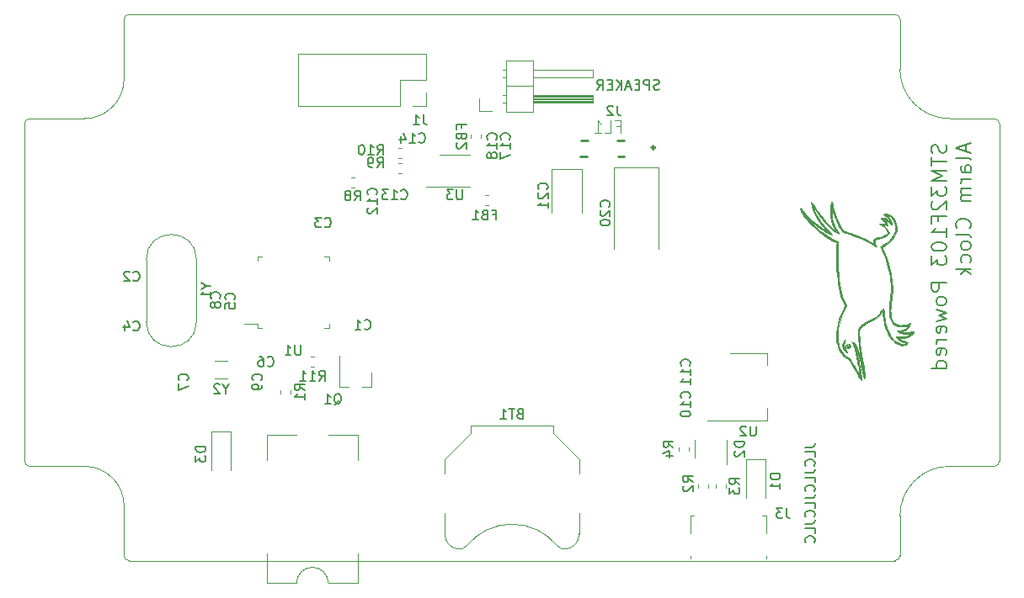
<source format=gbr>
%TF.GenerationSoftware,KiCad,Pcbnew,(5.1.4)-1*%
%TF.CreationDate,2020-03-29T09:51:50+13:00*%
%TF.ProjectId,clock,636c6f63-6b2e-46b6-9963-61645f706362,rev?*%
%TF.SameCoordinates,Original*%
%TF.FileFunction,Legend,Bot*%
%TF.FilePolarity,Positive*%
%FSLAX46Y46*%
G04 Gerber Fmt 4.6, Leading zero omitted, Abs format (unit mm)*
G04 Created by KiCad (PCBNEW (5.1.4)-1) date 2020-03-29 09:51:50*
%MOMM*%
%LPD*%
G04 APERTURE LIST*
%ADD10C,0.200000*%
%ADD11C,0.150000*%
%ADD12C,0.050000*%
%ADD13C,0.010000*%
%ADD14C,0.120000*%
%ADD15C,0.254000*%
%ADD16C,0.101600*%
G04 APERTURE END LIST*
D10*
X185796042Y-78765714D02*
X185867471Y-78980000D01*
X185867471Y-79337142D01*
X185796042Y-79480000D01*
X185724614Y-79551428D01*
X185581757Y-79622857D01*
X185438900Y-79622857D01*
X185296042Y-79551428D01*
X185224614Y-79480000D01*
X185153185Y-79337142D01*
X185081757Y-79051428D01*
X185010328Y-78908571D01*
X184938900Y-78837142D01*
X184796042Y-78765714D01*
X184653185Y-78765714D01*
X184510328Y-78837142D01*
X184438900Y-78908571D01*
X184367471Y-79051428D01*
X184367471Y-79408571D01*
X184438900Y-79622857D01*
X184367471Y-80051428D02*
X184367471Y-80908571D01*
X185867471Y-80480000D02*
X184367471Y-80480000D01*
X185867471Y-81408571D02*
X184367471Y-81408571D01*
X185438900Y-81908571D01*
X184367471Y-82408571D01*
X185867471Y-82408571D01*
X184367471Y-82980000D02*
X184367471Y-83908571D01*
X184938900Y-83408571D01*
X184938900Y-83622857D01*
X185010328Y-83765714D01*
X185081757Y-83837142D01*
X185224614Y-83908571D01*
X185581757Y-83908571D01*
X185724614Y-83837142D01*
X185796042Y-83765714D01*
X185867471Y-83622857D01*
X185867471Y-83194285D01*
X185796042Y-83051428D01*
X185724614Y-82980000D01*
X184510328Y-84480000D02*
X184438900Y-84551428D01*
X184367471Y-84694285D01*
X184367471Y-85051428D01*
X184438900Y-85194285D01*
X184510328Y-85265714D01*
X184653185Y-85337142D01*
X184796042Y-85337142D01*
X185010328Y-85265714D01*
X185867471Y-84408571D01*
X185867471Y-85337142D01*
X185081757Y-86480000D02*
X185081757Y-85980000D01*
X185867471Y-85980000D02*
X184367471Y-85980000D01*
X184367471Y-86694285D01*
X185867471Y-88051428D02*
X185867471Y-87194285D01*
X185867471Y-87622857D02*
X184367471Y-87622857D01*
X184581757Y-87480000D01*
X184724614Y-87337142D01*
X184796042Y-87194285D01*
X184367471Y-88980000D02*
X184367471Y-89122857D01*
X184438900Y-89265714D01*
X184510328Y-89337142D01*
X184653185Y-89408571D01*
X184938900Y-89480000D01*
X185296042Y-89480000D01*
X185581757Y-89408571D01*
X185724614Y-89337142D01*
X185796042Y-89265714D01*
X185867471Y-89122857D01*
X185867471Y-88980000D01*
X185796042Y-88837142D01*
X185724614Y-88765714D01*
X185581757Y-88694285D01*
X185296042Y-88622857D01*
X184938900Y-88622857D01*
X184653185Y-88694285D01*
X184510328Y-88765714D01*
X184438900Y-88837142D01*
X184367471Y-88980000D01*
X184367471Y-89980000D02*
X184367471Y-90908571D01*
X184938900Y-90408571D01*
X184938900Y-90622857D01*
X185010328Y-90765714D01*
X185081757Y-90837142D01*
X185224614Y-90908571D01*
X185581757Y-90908571D01*
X185724614Y-90837142D01*
X185796042Y-90765714D01*
X185867471Y-90622857D01*
X185867471Y-90194285D01*
X185796042Y-90051428D01*
X185724614Y-89980000D01*
X185867471Y-92694285D02*
X184367471Y-92694285D01*
X184367471Y-93265714D01*
X184438900Y-93408571D01*
X184510328Y-93480000D01*
X184653185Y-93551428D01*
X184867471Y-93551428D01*
X185010328Y-93480000D01*
X185081757Y-93408571D01*
X185153185Y-93265714D01*
X185153185Y-92694285D01*
X185867471Y-94408571D02*
X185796042Y-94265714D01*
X185724614Y-94194285D01*
X185581757Y-94122857D01*
X185153185Y-94122857D01*
X185010328Y-94194285D01*
X184938900Y-94265714D01*
X184867471Y-94408571D01*
X184867471Y-94622857D01*
X184938900Y-94765714D01*
X185010328Y-94837142D01*
X185153185Y-94908571D01*
X185581757Y-94908571D01*
X185724614Y-94837142D01*
X185796042Y-94765714D01*
X185867471Y-94622857D01*
X185867471Y-94408571D01*
X184867471Y-95408571D02*
X185867471Y-95694285D01*
X185153185Y-95980000D01*
X185867471Y-96265714D01*
X184867471Y-96551428D01*
X185796042Y-97694285D02*
X185867471Y-97551428D01*
X185867471Y-97265714D01*
X185796042Y-97122857D01*
X185653185Y-97051428D01*
X185081757Y-97051428D01*
X184938900Y-97122857D01*
X184867471Y-97265714D01*
X184867471Y-97551428D01*
X184938900Y-97694285D01*
X185081757Y-97765714D01*
X185224614Y-97765714D01*
X185367471Y-97051428D01*
X185867471Y-98408571D02*
X184867471Y-98408571D01*
X185153185Y-98408571D02*
X185010328Y-98480000D01*
X184938900Y-98551428D01*
X184867471Y-98694285D01*
X184867471Y-98837142D01*
X185796042Y-99908571D02*
X185867471Y-99765714D01*
X185867471Y-99480000D01*
X185796042Y-99337142D01*
X185653185Y-99265714D01*
X185081757Y-99265714D01*
X184938900Y-99337142D01*
X184867471Y-99480000D01*
X184867471Y-99765714D01*
X184938900Y-99908571D01*
X185081757Y-99980000D01*
X185224614Y-99980000D01*
X185367471Y-99265714D01*
X185867471Y-101265714D02*
X184367471Y-101265714D01*
X185796042Y-101265714D02*
X185867471Y-101122857D01*
X185867471Y-100837142D01*
X185796042Y-100694285D01*
X185724614Y-100622857D01*
X185581757Y-100551428D01*
X185153185Y-100551428D01*
X185010328Y-100622857D01*
X184938900Y-100694285D01*
X184867471Y-100837142D01*
X184867471Y-101122857D01*
X184938900Y-101265714D01*
X187888900Y-78765714D02*
X187888900Y-79480000D01*
X188317471Y-78622857D02*
X186817471Y-79122857D01*
X188317471Y-79622857D01*
X188317471Y-80337142D02*
X188246042Y-80194285D01*
X188103185Y-80122857D01*
X186817471Y-80122857D01*
X188317471Y-81551428D02*
X187531757Y-81551428D01*
X187388900Y-81480000D01*
X187317471Y-81337142D01*
X187317471Y-81051428D01*
X187388900Y-80908571D01*
X188246042Y-81551428D02*
X188317471Y-81408571D01*
X188317471Y-81051428D01*
X188246042Y-80908571D01*
X188103185Y-80837142D01*
X187960328Y-80837142D01*
X187817471Y-80908571D01*
X187746042Y-81051428D01*
X187746042Y-81408571D01*
X187674614Y-81551428D01*
X188317471Y-82265714D02*
X187317471Y-82265714D01*
X187603185Y-82265714D02*
X187460328Y-82337142D01*
X187388900Y-82408571D01*
X187317471Y-82551428D01*
X187317471Y-82694285D01*
X188317471Y-83194285D02*
X187317471Y-83194285D01*
X187460328Y-83194285D02*
X187388900Y-83265714D01*
X187317471Y-83408571D01*
X187317471Y-83622857D01*
X187388900Y-83765714D01*
X187531757Y-83837142D01*
X188317471Y-83837142D01*
X187531757Y-83837142D02*
X187388900Y-83908571D01*
X187317471Y-84051428D01*
X187317471Y-84265714D01*
X187388900Y-84408571D01*
X187531757Y-84480000D01*
X188317471Y-84480000D01*
X188174614Y-87194285D02*
X188246042Y-87122857D01*
X188317471Y-86908571D01*
X188317471Y-86765714D01*
X188246042Y-86551428D01*
X188103185Y-86408571D01*
X187960328Y-86337142D01*
X187674614Y-86265714D01*
X187460328Y-86265714D01*
X187174614Y-86337142D01*
X187031757Y-86408571D01*
X186888900Y-86551428D01*
X186817471Y-86765714D01*
X186817471Y-86908571D01*
X186888900Y-87122857D01*
X186960328Y-87194285D01*
X188317471Y-88051428D02*
X188246042Y-87908571D01*
X188103185Y-87837142D01*
X186817471Y-87837142D01*
X188317471Y-88837142D02*
X188246042Y-88694285D01*
X188174614Y-88622857D01*
X188031757Y-88551428D01*
X187603185Y-88551428D01*
X187460328Y-88622857D01*
X187388900Y-88694285D01*
X187317471Y-88837142D01*
X187317471Y-89051428D01*
X187388900Y-89194285D01*
X187460328Y-89265714D01*
X187603185Y-89337142D01*
X188031757Y-89337142D01*
X188174614Y-89265714D01*
X188246042Y-89194285D01*
X188317471Y-89051428D01*
X188317471Y-88837142D01*
X188246042Y-90622857D02*
X188317471Y-90480000D01*
X188317471Y-90194285D01*
X188246042Y-90051428D01*
X188174614Y-89980000D01*
X188031757Y-89908571D01*
X187603185Y-89908571D01*
X187460328Y-89980000D01*
X187388900Y-90051428D01*
X187317471Y-90194285D01*
X187317471Y-90480000D01*
X187388900Y-90622857D01*
X188317471Y-91265714D02*
X186817471Y-91265714D01*
X187746042Y-91408571D02*
X188317471Y-91837142D01*
X187317471Y-91837142D02*
X187888900Y-91265714D01*
D11*
X171666280Y-109230952D02*
X172380566Y-109230952D01*
X172523423Y-109183333D01*
X172618661Y-109088095D01*
X172666280Y-108945238D01*
X172666280Y-108850000D01*
X172666280Y-110183333D02*
X172666280Y-109707142D01*
X171666280Y-109707142D01*
X172571042Y-111088095D02*
X172618661Y-111040476D01*
X172666280Y-110897619D01*
X172666280Y-110802380D01*
X172618661Y-110659523D01*
X172523423Y-110564285D01*
X172428185Y-110516666D01*
X172237709Y-110469047D01*
X172094852Y-110469047D01*
X171904376Y-110516666D01*
X171809138Y-110564285D01*
X171713900Y-110659523D01*
X171666280Y-110802380D01*
X171666280Y-110897619D01*
X171713900Y-111040476D01*
X171761519Y-111088095D01*
X171666280Y-111802380D02*
X172380566Y-111802380D01*
X172523423Y-111754761D01*
X172618661Y-111659523D01*
X172666280Y-111516666D01*
X172666280Y-111421428D01*
X172666280Y-112754761D02*
X172666280Y-112278571D01*
X171666280Y-112278571D01*
X172571042Y-113659523D02*
X172618661Y-113611904D01*
X172666280Y-113469047D01*
X172666280Y-113373809D01*
X172618661Y-113230952D01*
X172523423Y-113135714D01*
X172428185Y-113088095D01*
X172237709Y-113040476D01*
X172094852Y-113040476D01*
X171904376Y-113088095D01*
X171809138Y-113135714D01*
X171713900Y-113230952D01*
X171666280Y-113373809D01*
X171666280Y-113469047D01*
X171713900Y-113611904D01*
X171761519Y-113659523D01*
X171666280Y-114373809D02*
X172380566Y-114373809D01*
X172523423Y-114326190D01*
X172618661Y-114230952D01*
X172666280Y-114088095D01*
X172666280Y-113992857D01*
X172666280Y-115326190D02*
X172666280Y-114850000D01*
X171666280Y-114850000D01*
X172571042Y-116230952D02*
X172618661Y-116183333D01*
X172666280Y-116040476D01*
X172666280Y-115945238D01*
X172618661Y-115802380D01*
X172523423Y-115707142D01*
X172428185Y-115659523D01*
X172237709Y-115611904D01*
X172094852Y-115611904D01*
X171904376Y-115659523D01*
X171809138Y-115707142D01*
X171713900Y-115802380D01*
X171666280Y-115945238D01*
X171666280Y-116040476D01*
X171713900Y-116183333D01*
X171761519Y-116230952D01*
X171666280Y-116945238D02*
X172380566Y-116945238D01*
X172523423Y-116897619D01*
X172618661Y-116802380D01*
X172666280Y-116659523D01*
X172666280Y-116564285D01*
X172666280Y-117897619D02*
X172666280Y-117421428D01*
X171666280Y-117421428D01*
X172571042Y-118802380D02*
X172618661Y-118754761D01*
X172666280Y-118611904D01*
X172666280Y-118516666D01*
X172618661Y-118373809D01*
X172523423Y-118278571D01*
X172428185Y-118230952D01*
X172237709Y-118183333D01*
X172094852Y-118183333D01*
X171904376Y-118230952D01*
X171809138Y-118278571D01*
X171713900Y-118373809D01*
X171666280Y-118516666D01*
X171666280Y-118611904D01*
X171713900Y-118754761D01*
X171761519Y-118802380D01*
X157016947Y-73183261D02*
X156874090Y-73230880D01*
X156635995Y-73230880D01*
X156540757Y-73183261D01*
X156493138Y-73135642D01*
X156445519Y-73040404D01*
X156445519Y-72945166D01*
X156493138Y-72849928D01*
X156540757Y-72802309D01*
X156635995Y-72754690D01*
X156826471Y-72707071D01*
X156921709Y-72659452D01*
X156969328Y-72611833D01*
X157016947Y-72516595D01*
X157016947Y-72421357D01*
X156969328Y-72326119D01*
X156921709Y-72278500D01*
X156826471Y-72230880D01*
X156588376Y-72230880D01*
X156445519Y-72278500D01*
X156016947Y-73230880D02*
X156016947Y-72230880D01*
X155635995Y-72230880D01*
X155540757Y-72278500D01*
X155493138Y-72326119D01*
X155445519Y-72421357D01*
X155445519Y-72564214D01*
X155493138Y-72659452D01*
X155540757Y-72707071D01*
X155635995Y-72754690D01*
X156016947Y-72754690D01*
X155016947Y-72707071D02*
X154683614Y-72707071D01*
X154540757Y-73230880D02*
X155016947Y-73230880D01*
X155016947Y-72230880D01*
X154540757Y-72230880D01*
X154159804Y-72945166D02*
X153683614Y-72945166D01*
X154255042Y-73230880D02*
X153921709Y-72230880D01*
X153588376Y-73230880D01*
X153255042Y-73230880D02*
X153255042Y-72230880D01*
X152683614Y-73230880D02*
X153112185Y-72659452D01*
X152683614Y-72230880D02*
X153255042Y-72802309D01*
X152255042Y-72707071D02*
X151921709Y-72707071D01*
X151778852Y-73230880D02*
X152255042Y-73230880D01*
X152255042Y-72230880D01*
X151778852Y-72230880D01*
X150778852Y-73230880D02*
X151112185Y-72754690D01*
X151350280Y-73230880D02*
X151350280Y-72230880D01*
X150969328Y-72230880D01*
X150874090Y-72278500D01*
X150826471Y-72326119D01*
X150778852Y-72421357D01*
X150778852Y-72564214D01*
X150826471Y-72659452D01*
X150874090Y-72707071D01*
X150969328Y-72754690D01*
X151350280Y-72754690D01*
D12*
X103213900Y-66150000D02*
G75*
G02X103713900Y-65650000I500000J0D01*
G01*
X93713900Y-76150000D02*
G75*
G03X93213900Y-76650000I0J-500000D01*
G01*
X93713900Y-111150000D02*
G75*
G02X93213900Y-110650000I0J500000D01*
G01*
X103713900Y-120650000D02*
G75*
G02X103213900Y-120150000I0J500000D01*
G01*
X181213900Y-120150000D02*
G75*
G02X180713900Y-120650000I-500000J0D01*
G01*
X191213900Y-110650000D02*
G75*
G02X190713900Y-111150000I-500000J0D01*
G01*
X191213900Y-76650000D02*
G75*
G03X190713900Y-76150000I-500000J0D01*
G01*
X180713900Y-65650000D02*
G75*
G02X181213900Y-66150000I0J-500000D01*
G01*
X93713900Y-111150000D02*
X99213900Y-111150000D01*
X103213900Y-120150000D02*
X103213900Y-115150000D01*
X181213900Y-71150000D02*
G75*
G03X186213900Y-76150000I5000000J0D01*
G01*
X181213900Y-116150000D02*
G75*
G02X186213900Y-111150000I5000000J0D01*
G01*
X103213900Y-115150000D02*
G75*
G03X99213900Y-111150000I-4000000J0D01*
G01*
X103213900Y-72150000D02*
G75*
G02X99213900Y-76150000I-4000000J0D01*
G01*
X181213900Y-66150000D02*
X181213900Y-71150000D01*
X103713900Y-65650000D02*
X180713900Y-65650000D01*
X103213900Y-72150000D02*
X103213900Y-66150000D01*
X181213900Y-120150000D02*
X181213900Y-116150000D01*
X103713900Y-120650000D02*
X180713900Y-120650000D01*
X190713900Y-111150000D02*
X186213900Y-111150000D01*
X191213900Y-76650000D02*
X191213900Y-110650000D01*
X186213900Y-76150000D02*
X190713900Y-76150000D01*
X93213900Y-76650000D02*
X93213900Y-110650000D01*
X99213900Y-76150000D02*
X93713900Y-76150000D01*
D13*
G36*
X175474067Y-99174860D02*
G01*
X175520098Y-99285943D01*
X175590803Y-99412274D01*
X175670224Y-99525414D01*
X175749636Y-99615585D01*
X175820315Y-99673008D01*
X175873538Y-99687902D01*
X175877581Y-99686669D01*
X175914866Y-99665695D01*
X175920262Y-99635457D01*
X175890359Y-99585017D01*
X175821747Y-99503436D01*
X175819748Y-99501177D01*
X175709593Y-99352773D01*
X175626280Y-99192588D01*
X175578093Y-99038643D01*
X175569486Y-98956676D01*
X175582435Y-98855238D01*
X175616335Y-98732983D01*
X175644848Y-98659462D01*
X175692757Y-98531249D01*
X175702886Y-98448822D01*
X175675223Y-98412398D01*
X175660209Y-98410471D01*
X175632595Y-98435210D01*
X175588741Y-98500248D01*
X175537870Y-98591813D01*
X175535107Y-98597236D01*
X175458276Y-98796718D01*
X175437994Y-98986304D01*
X175474067Y-99174860D01*
X175474067Y-99174860D01*
G37*
X175474067Y-99174860D02*
X175520098Y-99285943D01*
X175590803Y-99412274D01*
X175670224Y-99525414D01*
X175749636Y-99615585D01*
X175820315Y-99673008D01*
X175873538Y-99687902D01*
X175877581Y-99686669D01*
X175914866Y-99665695D01*
X175920262Y-99635457D01*
X175890359Y-99585017D01*
X175821747Y-99503436D01*
X175819748Y-99501177D01*
X175709593Y-99352773D01*
X175626280Y-99192588D01*
X175578093Y-99038643D01*
X175569486Y-98956676D01*
X175582435Y-98855238D01*
X175616335Y-98732983D01*
X175644848Y-98659462D01*
X175692757Y-98531249D01*
X175702886Y-98448822D01*
X175675223Y-98412398D01*
X175660209Y-98410471D01*
X175632595Y-98435210D01*
X175588741Y-98500248D01*
X175537870Y-98591813D01*
X175535107Y-98597236D01*
X175458276Y-98796718D01*
X175437994Y-98986304D01*
X175474067Y-99174860D01*
G36*
X175742373Y-99147777D02*
G01*
X175804116Y-99222347D01*
X175899599Y-99268491D01*
X175972606Y-99277059D01*
X176084863Y-99253776D01*
X176172077Y-99191929D01*
X176220366Y-99103520D01*
X176225697Y-99058243D01*
X176216362Y-98975078D01*
X176196523Y-98914919D01*
X176125936Y-98848415D01*
X176022879Y-98815448D01*
X175954242Y-98819163D01*
X175954242Y-98883811D01*
X176044189Y-98893350D01*
X176046704Y-98894273D01*
X176127758Y-98941997D01*
X176161565Y-99015036D01*
X176164489Y-99067883D01*
X176162061Y-99120010D01*
X176152411Y-99114549D01*
X176136028Y-99075353D01*
X176092135Y-99028083D01*
X176092135Y-99157530D01*
X176107076Y-99172471D01*
X176092135Y-99187412D01*
X176077194Y-99172471D01*
X176092135Y-99157530D01*
X176092135Y-99028083D01*
X176087717Y-99023325D01*
X176016054Y-99007645D01*
X175947815Y-99032123D01*
X175933151Y-99046473D01*
X175917306Y-99099383D01*
X175959082Y-99153232D01*
X176002488Y-99181587D01*
X176041282Y-99206494D01*
X176027334Y-99215105D01*
X175986725Y-99216386D01*
X175887936Y-99195479D01*
X175815771Y-99139436D01*
X175780167Y-99062201D01*
X175791064Y-98977720D01*
X175802083Y-98957312D01*
X175864030Y-98907582D01*
X175954242Y-98883811D01*
X175954242Y-98819163D01*
X175907748Y-98821680D01*
X175884487Y-98828320D01*
X175785430Y-98885050D01*
X175730447Y-98965973D01*
X175716956Y-99057934D01*
X175742373Y-99147777D01*
X175742373Y-99147777D01*
G37*
X175742373Y-99147777D02*
X175804116Y-99222347D01*
X175899599Y-99268491D01*
X175972606Y-99277059D01*
X176084863Y-99253776D01*
X176172077Y-99191929D01*
X176220366Y-99103520D01*
X176225697Y-99058243D01*
X176216362Y-98975078D01*
X176196523Y-98914919D01*
X176125936Y-98848415D01*
X176022879Y-98815448D01*
X175954242Y-98819163D01*
X175954242Y-98883811D01*
X176044189Y-98893350D01*
X176046704Y-98894273D01*
X176127758Y-98941997D01*
X176161565Y-99015036D01*
X176164489Y-99067883D01*
X176162061Y-99120010D01*
X176152411Y-99114549D01*
X176136028Y-99075353D01*
X176092135Y-99028083D01*
X176092135Y-99157530D01*
X176107076Y-99172471D01*
X176092135Y-99187412D01*
X176077194Y-99172471D01*
X176092135Y-99157530D01*
X176092135Y-99028083D01*
X176087717Y-99023325D01*
X176016054Y-99007645D01*
X175947815Y-99032123D01*
X175933151Y-99046473D01*
X175917306Y-99099383D01*
X175959082Y-99153232D01*
X176002488Y-99181587D01*
X176041282Y-99206494D01*
X176027334Y-99215105D01*
X175986725Y-99216386D01*
X175887936Y-99195479D01*
X175815771Y-99139436D01*
X175780167Y-99062201D01*
X175791064Y-98977720D01*
X175802083Y-98957312D01*
X175864030Y-98907582D01*
X175954242Y-98883811D01*
X175954242Y-98819163D01*
X175907748Y-98821680D01*
X175884487Y-98828320D01*
X175785430Y-98885050D01*
X175730447Y-98965973D01*
X175716956Y-99057934D01*
X175742373Y-99147777D01*
G36*
X171227437Y-85372535D02*
G01*
X171291614Y-85540716D01*
X171403679Y-85739312D01*
X171549614Y-85949098D01*
X171858479Y-86332016D01*
X172207532Y-86712230D01*
X172587642Y-87082114D01*
X172989679Y-87434045D01*
X173404513Y-87760398D01*
X173823013Y-88053548D01*
X174236050Y-88305872D01*
X174593063Y-88490584D01*
X174855300Y-88613472D01*
X174831247Y-88902619D01*
X174821977Y-89058243D01*
X174815348Y-89262408D01*
X174811281Y-89503952D01*
X174809695Y-89771715D01*
X174810510Y-90054535D01*
X174813646Y-90341249D01*
X174819024Y-90620697D01*
X174826562Y-90881718D01*
X174836181Y-91113148D01*
X174847801Y-91303828D01*
X174848536Y-91313412D01*
X174893264Y-91805369D01*
X174949238Y-92280645D01*
X175015344Y-92734171D01*
X175090469Y-93160874D01*
X175173499Y-93555686D01*
X175263321Y-93913534D01*
X175358822Y-94229349D01*
X175458888Y-94498060D01*
X175562405Y-94714597D01*
X175614217Y-94800368D01*
X175659408Y-94875065D01*
X175685864Y-94931190D01*
X175688723Y-94944020D01*
X175675987Y-94981841D01*
X175641435Y-95060759D01*
X175590559Y-95168711D01*
X175537371Y-95276691D01*
X175298846Y-95794344D01*
X175106874Y-96302182D01*
X174961556Y-96797425D01*
X174862992Y-97277296D01*
X174811283Y-97739015D01*
X174806529Y-98179803D01*
X174848830Y-98596882D01*
X174938287Y-98987473D01*
X175075000Y-99348798D01*
X175259070Y-99678078D01*
X175372749Y-99834723D01*
X175516125Y-100002103D01*
X175656010Y-100131258D01*
X175812395Y-100238925D01*
X175938917Y-100308688D01*
X176114824Y-100399023D01*
X176396178Y-100921276D01*
X176587770Y-101274651D01*
X176754250Y-101576696D01*
X176896986Y-101829660D01*
X177017347Y-102035792D01*
X177116702Y-102197341D01*
X177196419Y-102316555D01*
X177257866Y-102395683D01*
X177302413Y-102436972D01*
X177323315Y-102444589D01*
X177360348Y-102431764D01*
X177379361Y-102388307D01*
X177380863Y-102306741D01*
X177365362Y-102179591D01*
X177348181Y-102078693D01*
X177296452Y-101797083D01*
X177240961Y-101502000D01*
X177183042Y-101199999D01*
X177124029Y-100897633D01*
X177065258Y-100601457D01*
X177008061Y-100318023D01*
X176953775Y-100053887D01*
X176903734Y-99815602D01*
X176859272Y-99609721D01*
X176821724Y-99442798D01*
X176792424Y-99321388D01*
X176772707Y-99252044D01*
X176772414Y-99251216D01*
X176767346Y-99219261D01*
X176776347Y-99221464D01*
X176805912Y-99270669D01*
X176846446Y-99372150D01*
X176896270Y-99519772D01*
X176953703Y-99707399D01*
X177017067Y-99928896D01*
X177084682Y-100178127D01*
X177154869Y-100448959D01*
X177225948Y-100735255D01*
X177296239Y-101030880D01*
X177364064Y-101329699D01*
X177405071Y-101518236D01*
X177455681Y-101753355D01*
X177496316Y-101936088D01*
X177528932Y-102072611D01*
X177555483Y-102169098D01*
X177577925Y-102231726D01*
X177598213Y-102266669D01*
X177618301Y-102280105D01*
X177640145Y-102278207D01*
X177645109Y-102276450D01*
X177671167Y-102244890D01*
X177685643Y-102173216D01*
X177688289Y-102059359D01*
X177678862Y-101901251D01*
X177657116Y-101696824D01*
X177622806Y-101444012D01*
X177575686Y-101140746D01*
X177515511Y-100784958D01*
X177442037Y-100374581D01*
X177379807Y-100039059D01*
X177347194Y-99856252D01*
X177347194Y-100591883D01*
X177362135Y-100606824D01*
X177347194Y-100621765D01*
X177332253Y-100606824D01*
X177347194Y-100591883D01*
X177347194Y-99856252D01*
X177325109Y-99732457D01*
X177325109Y-100455432D01*
X177329894Y-100484804D01*
X177324400Y-100523562D01*
X177314199Y-100524025D01*
X177307065Y-100484031D01*
X177311840Y-100466750D01*
X177325109Y-100455432D01*
X177325109Y-99732457D01*
X177303751Y-99612737D01*
X177243931Y-99226239D01*
X177198351Y-98862472D01*
X177165012Y-98504345D01*
X177141918Y-98134766D01*
X177133147Y-97928352D01*
X177126543Y-97738327D01*
X177123153Y-97598053D01*
X177123710Y-97497568D01*
X177128950Y-97426912D01*
X177139608Y-97376123D01*
X177156417Y-97335237D01*
X177179893Y-97294653D01*
X177255867Y-97190658D01*
X177355593Y-97090197D01*
X177485939Y-96988306D01*
X177653771Y-96880022D01*
X177865957Y-96760383D01*
X178056183Y-96661307D01*
X178228649Y-96572694D01*
X178393349Y-96486202D01*
X178538675Y-96408066D01*
X178653019Y-96344522D01*
X178721782Y-96303732D01*
X178929822Y-96150388D01*
X179131497Y-95964880D01*
X179302749Y-95769636D01*
X179321924Y-95744165D01*
X179394600Y-95652515D01*
X179442316Y-95613531D01*
X179469838Y-95628031D01*
X179481934Y-95696833D01*
X179483782Y-95771962D01*
X179493523Y-95940974D01*
X179520726Y-96152253D01*
X179562360Y-96391926D01*
X179615397Y-96646119D01*
X179676807Y-96900956D01*
X179743560Y-97142564D01*
X179812625Y-97357070D01*
X179853947Y-97467071D01*
X179995921Y-97773690D01*
X180164949Y-98061952D01*
X180353804Y-98322177D01*
X180555260Y-98544684D01*
X180762090Y-98719794D01*
X180816937Y-98757061D01*
X181020839Y-98867151D01*
X181225835Y-98939268D01*
X181423164Y-98972856D01*
X181604064Y-98967361D01*
X181759775Y-98922227D01*
X181881534Y-98836899D01*
X181892329Y-98825205D01*
X181951258Y-98751987D01*
X181970690Y-98700727D01*
X181945709Y-98662324D01*
X181871400Y-98627679D01*
X181767999Y-98595041D01*
X181558015Y-98524438D01*
X181368557Y-98443833D01*
X181214677Y-98360072D01*
X181148242Y-98313208D01*
X181064583Y-98246118D01*
X181387300Y-98244029D01*
X181688363Y-98223067D01*
X181955862Y-98165521D01*
X182185106Y-98073261D01*
X182371407Y-97948157D01*
X182506186Y-97797883D01*
X182560172Y-97706428D01*
X182594975Y-97624534D01*
X182606117Y-97565818D01*
X182589763Y-97543883D01*
X182552037Y-97550502D01*
X182470732Y-97568221D01*
X182360295Y-97593833D01*
X182302553Y-97607655D01*
X182153476Y-97636251D01*
X181982631Y-97657233D01*
X181804671Y-97670064D01*
X181634250Y-97674207D01*
X181486024Y-97669125D01*
X181374647Y-97654280D01*
X181337384Y-97643041D01*
X181299216Y-97624404D01*
X181301585Y-97611709D01*
X181351605Y-97599964D01*
X181412090Y-97590616D01*
X181646994Y-97528839D01*
X181847895Y-97418358D01*
X182012950Y-97260843D01*
X182140316Y-97057963D01*
X182213853Y-96864059D01*
X182237242Y-96778053D01*
X182249476Y-96721070D01*
X182249292Y-96707177D01*
X182221067Y-96722499D01*
X182158161Y-96762313D01*
X182089106Y-96808024D01*
X182026293Y-96848795D01*
X181971179Y-96877459D01*
X181910714Y-96896904D01*
X181831850Y-96910019D01*
X181721537Y-96919694D01*
X181566728Y-96928816D01*
X181536013Y-96930468D01*
X181354802Y-96938492D01*
X181219079Y-96939800D01*
X181114877Y-96933769D01*
X181028230Y-96919773D01*
X180971658Y-96905227D01*
X180787129Y-96828315D01*
X180630949Y-96712136D01*
X180502831Y-96555149D01*
X180402490Y-96355812D01*
X180329640Y-96112586D01*
X180283996Y-95823927D01*
X180265270Y-95488296D01*
X180273179Y-95104151D01*
X180307434Y-94669950D01*
X180367752Y-94184154D01*
X180412568Y-93890479D01*
X180441962Y-93691360D01*
X180458597Y-93527170D01*
X180463882Y-93374777D01*
X180459228Y-93211049D01*
X180456706Y-93166118D01*
X180393233Y-92457419D01*
X180288264Y-91772585D01*
X180139101Y-91100252D01*
X179943043Y-90429053D01*
X179697393Y-89747625D01*
X179571409Y-89438079D01*
X179507811Y-89283169D01*
X179467451Y-89174477D01*
X179448051Y-89104179D01*
X179447333Y-89064448D01*
X179458322Y-89049617D01*
X179500088Y-89025321D01*
X179580557Y-88978554D01*
X179686749Y-88916857D01*
X179767665Y-88869855D01*
X180036362Y-88687219D01*
X180294484Y-88458192D01*
X180417849Y-88331827D01*
X180509082Y-88225601D01*
X180581694Y-88121074D01*
X180649195Y-87999802D01*
X180688543Y-87920310D01*
X180806012Y-87633569D01*
X180871636Y-87362091D01*
X180886802Y-87093973D01*
X180852898Y-86817309D01*
X180829141Y-86714083D01*
X180740017Y-86452185D01*
X180617729Y-86224031D01*
X180467243Y-86034437D01*
X180293524Y-85888218D01*
X180101538Y-85790188D01*
X179896250Y-85745162D01*
X179827429Y-85742746D01*
X179720374Y-85747405D01*
X179631027Y-85757550D01*
X179590408Y-85767162D01*
X179563175Y-85784020D01*
X179570346Y-85807765D01*
X179618274Y-85847869D01*
X179668041Y-85882901D01*
X179783099Y-85975034D01*
X179908968Y-86096208D01*
X180028315Y-86227998D01*
X180123812Y-86351973D01*
X180154003Y-86399635D01*
X180211635Y-86499765D01*
X180034473Y-86360658D01*
X179869342Y-86243233D01*
X179725154Y-86169654D01*
X179589229Y-86134355D01*
X179507154Y-86129232D01*
X179384594Y-86132068D01*
X179313481Y-86144025D01*
X179292416Y-86171701D01*
X179320000Y-86221694D01*
X179394833Y-86300602D01*
X179458007Y-86360964D01*
X179556383Y-86456524D01*
X179643772Y-86546343D01*
X179706701Y-86616369D01*
X179723717Y-86638054D01*
X179781052Y-86718574D01*
X179550241Y-86719994D01*
X179426084Y-86724042D01*
X179314740Y-86733377D01*
X179238625Y-86746059D01*
X179234087Y-86747353D01*
X179148745Y-86773292D01*
X179308793Y-86860343D01*
X179423303Y-86932252D01*
X179544549Y-87022895D01*
X179610547Y-87079861D01*
X179696071Y-87169832D01*
X179783527Y-87278447D01*
X179864572Y-87393087D01*
X179930860Y-87501131D01*
X179974045Y-87589961D01*
X179985783Y-87646958D01*
X179985736Y-87647212D01*
X179957468Y-87683853D01*
X179889418Y-87741297D01*
X179793371Y-87810138D01*
X179730831Y-87850734D01*
X179501501Y-87974731D01*
X179267178Y-88058375D01*
X179005503Y-88109178D01*
X178938254Y-88117097D01*
X178823440Y-88136053D01*
X178740239Y-88171317D01*
X178660657Y-88234883D01*
X178658429Y-88236979D01*
X178602200Y-88292562D01*
X178570880Y-88338947D01*
X178558457Y-88395585D01*
X178558923Y-88481927D01*
X178562416Y-88547722D01*
X178567745Y-88656134D01*
X178566296Y-88715356D01*
X178555050Y-88735842D01*
X178530989Y-88728048D01*
X178513535Y-88717027D01*
X178316186Y-88591282D01*
X178125472Y-88477974D01*
X177932507Y-88372948D01*
X177728404Y-88272052D01*
X177504279Y-88171135D01*
X177251245Y-88066044D01*
X176960416Y-87952625D01*
X176622907Y-87826728D01*
X176555900Y-87802196D01*
X176289105Y-87704897D01*
X176072163Y-87625485D01*
X175898976Y-87560835D01*
X175763448Y-87507821D01*
X175659482Y-87463317D01*
X175580981Y-87424199D01*
X175521849Y-87387340D01*
X175475988Y-87349615D01*
X175437302Y-87307898D01*
X175399695Y-87259065D01*
X175357069Y-87199989D01*
X175342723Y-87180255D01*
X175133356Y-86852710D01*
X174943419Y-86469277D01*
X174773197Y-86030684D01*
X174622974Y-85537658D01*
X174501136Y-85029385D01*
X174461132Y-84843568D01*
X174430254Y-84708560D01*
X174405883Y-84616572D01*
X174385398Y-84559814D01*
X174366181Y-84530496D01*
X174345612Y-84520828D01*
X174330317Y-84521385D01*
X174306615Y-84528494D01*
X174289079Y-84547998D01*
X174276001Y-84588909D01*
X174265671Y-84660240D01*
X174256378Y-84771004D01*
X174246415Y-84930214D01*
X174243635Y-84978353D01*
X174232429Y-85479398D01*
X174257913Y-85943765D01*
X174319654Y-86368572D01*
X174417219Y-86750936D01*
X174550174Y-87087974D01*
X174566052Y-87120381D01*
X174700518Y-87389383D01*
X174589503Y-87306041D01*
X174336181Y-87098020D01*
X174072858Y-86846274D01*
X173797629Y-86548568D01*
X173508589Y-86202670D01*
X173203831Y-85806348D01*
X172881450Y-85357368D01*
X172696777Y-85088414D01*
X172586147Y-84925809D01*
X172498482Y-84798367D01*
X172498482Y-85076372D01*
X172517626Y-85088023D01*
X172562419Y-85140744D01*
X172625764Y-85225612D01*
X172686232Y-85312430D01*
X173015178Y-85780847D01*
X173334574Y-86201878D01*
X173643017Y-86574024D01*
X173939102Y-86895789D01*
X174221425Y-87165674D01*
X174488582Y-87382182D01*
X174739169Y-87543816D01*
X174816021Y-87583897D01*
X174932052Y-87639130D01*
X175026650Y-87681232D01*
X175088113Y-87705172D01*
X175105339Y-87708286D01*
X175093382Y-87681375D01*
X175051637Y-87619112D01*
X174987821Y-87532680D01*
X174953282Y-87488016D01*
X174755616Y-87196449D01*
X174600745Y-86878711D01*
X174487280Y-86530068D01*
X174413837Y-86145788D01*
X174379028Y-85721137D01*
X174375597Y-85516236D01*
X174376111Y-85127765D01*
X174477180Y-85516236D01*
X174619316Y-85996858D01*
X174784120Y-86435345D01*
X174969557Y-86827053D01*
X175173590Y-87167336D01*
X175245322Y-87268453D01*
X175300740Y-87343106D01*
X175348741Y-87403792D01*
X175396418Y-87454402D01*
X175450865Y-87498826D01*
X175519178Y-87540958D01*
X175608451Y-87584688D01*
X175725778Y-87633907D01*
X175878254Y-87692507D01*
X176072972Y-87764379D01*
X176301312Y-87847681D01*
X176643245Y-87973470D01*
X176936008Y-88083833D01*
X177187169Y-88182126D01*
X177404295Y-88271707D01*
X177594952Y-88355931D01*
X177766708Y-88438156D01*
X177927130Y-88521738D01*
X178083785Y-88610033D01*
X178244240Y-88706399D01*
X178262218Y-88717494D01*
X178398945Y-88799042D01*
X178535274Y-88875094D01*
X178660962Y-88940523D01*
X178765764Y-88990204D01*
X178839435Y-89019009D01*
X178871310Y-89022316D01*
X178862486Y-88993557D01*
X178827778Y-88931734D01*
X178794690Y-88880282D01*
X178744024Y-88793398D01*
X178712119Y-88716701D01*
X178706512Y-88686739D01*
X178701415Y-88614657D01*
X178689431Y-88522876D01*
X178687971Y-88513851D01*
X178690470Y-88409625D01*
X178739241Y-88331488D01*
X178837592Y-88276842D01*
X178988833Y-88243092D01*
X179040811Y-88237063D01*
X179310657Y-88186753D01*
X179576238Y-88087225D01*
X179756477Y-87991901D01*
X179927137Y-87883238D01*
X180047966Y-87787002D01*
X180115955Y-87705714D01*
X180126572Y-87681701D01*
X180122526Y-87613133D01*
X180083704Y-87511973D01*
X180016416Y-87389029D01*
X179926975Y-87255108D01*
X179821694Y-87121018D01*
X179756574Y-87048187D01*
X179668969Y-86952968D01*
X179619644Y-86892428D01*
X179604169Y-86859444D01*
X179618111Y-86846894D01*
X179630765Y-86846000D01*
X179698423Y-86859363D01*
X179785421Y-86892510D01*
X179806848Y-86902888D01*
X179886335Y-86937127D01*
X179937942Y-86939250D01*
X179967835Y-86923596D01*
X179992981Y-86898455D01*
X179995415Y-86864870D01*
X179972342Y-86807576D01*
X179932986Y-86733215D01*
X179867603Y-86627689D01*
X179781551Y-86506880D01*
X179704867Y-86410700D01*
X179561074Y-86242389D01*
X179677804Y-86291162D01*
X179799184Y-86356268D01*
X179941925Y-86455435D01*
X180089671Y-86576365D01*
X180214494Y-86694761D01*
X180311455Y-86780995D01*
X180380624Y-86814809D01*
X180419471Y-86797950D01*
X180425462Y-86732161D01*
X180396068Y-86619189D01*
X180381320Y-86579766D01*
X180267061Y-86348712D01*
X180115160Y-86126968D01*
X179990783Y-85986883D01*
X179923049Y-85913190D01*
X179902781Y-85872993D01*
X179930815Y-85865849D01*
X180007984Y-85891310D01*
X180096371Y-85930486D01*
X180227824Y-86012624D01*
X180364293Y-86131794D01*
X180487661Y-86269920D01*
X180579807Y-86408929D01*
X180583912Y-86416832D01*
X180669709Y-86633133D01*
X180725964Y-86877500D01*
X180750437Y-87130133D01*
X180740889Y-87371231D01*
X180710075Y-87532504D01*
X180597673Y-87828284D01*
X180429749Y-88105856D01*
X180208391Y-88362914D01*
X179935686Y-88597147D01*
X179613724Y-88806247D01*
X179503976Y-88865742D01*
X179386552Y-88930731D01*
X179301788Y-88985848D01*
X179258289Y-89025163D01*
X179254851Y-89037435D01*
X179271094Y-89075771D01*
X179306391Y-89158797D01*
X179356364Y-89276225D01*
X179416636Y-89417766D01*
X179454023Y-89505530D01*
X179696811Y-90124048D01*
X179903797Y-90752931D01*
X180070657Y-91377592D01*
X180193064Y-91983441D01*
X180198375Y-92015647D01*
X180255566Y-92398667D01*
X180294065Y-92738938D01*
X180314165Y-93050379D01*
X180316159Y-93346911D01*
X180300338Y-93642455D01*
X180266995Y-93950930D01*
X180242635Y-94122353D01*
X180204762Y-94409736D01*
X180175651Y-94709780D01*
X180155660Y-95011117D01*
X180145151Y-95302376D01*
X180144484Y-95572187D01*
X180154018Y-95809181D01*
X180174114Y-96001988D01*
X180181680Y-96046494D01*
X180256885Y-96330244D01*
X180366209Y-96572958D01*
X180507318Y-96771052D01*
X180677875Y-96920940D01*
X180794148Y-96986602D01*
X180857032Y-97012335D01*
X180924200Y-97030599D01*
X181007814Y-97042850D01*
X181120036Y-97050544D01*
X181273029Y-97055137D01*
X181381312Y-97056901D01*
X181547249Y-97057357D01*
X181699254Y-97054487D01*
X181823820Y-97048783D01*
X181907442Y-97040737D01*
X181926107Y-97037052D01*
X182022667Y-97011126D01*
X181979474Y-97094651D01*
X181872351Y-97237489D01*
X181716425Y-97348607D01*
X181514323Y-97426727D01*
X181268674Y-97470572D01*
X181194655Y-97476402D01*
X180908618Y-97493467D01*
X181029388Y-97606119D01*
X181181445Y-97712334D01*
X181370672Y-97780000D01*
X181601837Y-97810598D01*
X181695012Y-97812824D01*
X181879929Y-97805223D01*
X182073384Y-97784605D01*
X182249245Y-97754243D01*
X182336388Y-97732435D01*
X182373882Y-97731108D01*
X182370997Y-97756968D01*
X182335276Y-97801492D01*
X182274263Y-97856159D01*
X182195502Y-97912445D01*
X182156084Y-97936141D01*
X181997598Y-98013318D01*
X181832540Y-98066016D01*
X181647378Y-98096678D01*
X181428580Y-98107746D01*
X181224429Y-98104294D01*
X181078501Y-98099675D01*
X180956815Y-98097529D01*
X180870345Y-98097917D01*
X180830065Y-98100906D01*
X180828488Y-98101976D01*
X180840791Y-98134571D01*
X180870520Y-98195890D01*
X180871785Y-98198343D01*
X180959275Y-98315030D01*
X181096894Y-98431636D01*
X181275308Y-98542077D01*
X181485181Y-98640273D01*
X181632985Y-98694304D01*
X181722176Y-98725587D01*
X181762432Y-98747873D01*
X181762349Y-98768368D01*
X181742288Y-98785950D01*
X181634111Y-98831818D01*
X181490371Y-98844739D01*
X181324252Y-98826339D01*
X181148939Y-98778245D01*
X180977617Y-98702085D01*
X180953544Y-98688610D01*
X180819210Y-98594558D01*
X180669012Y-98462314D01*
X180516255Y-98305847D01*
X180374242Y-98139128D01*
X180256278Y-97976127D01*
X180221752Y-97920177D01*
X180048505Y-97580927D01*
X179899954Y-97203597D01*
X179798216Y-96864781D01*
X179761250Y-96706361D01*
X179723484Y-96518051D01*
X179687217Y-96314397D01*
X179654752Y-96109942D01*
X179628388Y-95919231D01*
X179610426Y-95756809D01*
X179603167Y-95637219D01*
X179603120Y-95631412D01*
X179596246Y-95457985D01*
X179576512Y-95342664D01*
X179543142Y-95285026D01*
X179495360Y-95284646D01*
X179432390Y-95341102D01*
X179353457Y-95453968D01*
X179334773Y-95484809D01*
X179178160Y-95707850D01*
X178982690Y-95923532D01*
X178767864Y-96111614D01*
X178651464Y-96194066D01*
X178560619Y-96248493D01*
X178429308Y-96321532D01*
X178270966Y-96405984D01*
X178099031Y-96494647D01*
X177971518Y-96558454D01*
X177766551Y-96662025D01*
X177606548Y-96749144D01*
X177481200Y-96826085D01*
X177380195Y-96899122D01*
X177303295Y-96965117D01*
X177206300Y-97055580D01*
X177132094Y-97131027D01*
X177077870Y-97201188D01*
X177040821Y-97275797D01*
X177018140Y-97364586D01*
X177007018Y-97477287D01*
X177004649Y-97623633D01*
X177008226Y-97813357D01*
X177012639Y-97972748D01*
X177031022Y-98419172D01*
X177061092Y-98826936D01*
X177104997Y-99216375D01*
X177164886Y-99607828D01*
X177213197Y-99871927D01*
X177253169Y-100083610D01*
X177280183Y-100237917D01*
X177294232Y-100334684D01*
X177295310Y-100373750D01*
X177283409Y-100354952D01*
X177258525Y-100278129D01*
X177224844Y-100158589D01*
X177131846Y-99834950D01*
X177037512Y-99541320D01*
X176943954Y-99282971D01*
X176853280Y-99065172D01*
X176767600Y-98893192D01*
X176744567Y-98857756D01*
X176744567Y-99137608D01*
X176762332Y-99141710D01*
X176764488Y-99157530D01*
X176753555Y-99182126D01*
X176744567Y-99177451D01*
X176740990Y-99141988D01*
X176744567Y-99137608D01*
X176744567Y-98857756D01*
X176689025Y-98772303D01*
X176654531Y-98734045D01*
X176566167Y-98674139D01*
X176463313Y-98634742D01*
X176453459Y-98632713D01*
X176336666Y-98611220D01*
X176411600Y-98712551D01*
X176460626Y-98786327D01*
X176504332Y-98871230D01*
X176546240Y-98977074D01*
X176589873Y-99113670D01*
X176638755Y-99290830D01*
X176686361Y-99477815D01*
X176722829Y-99630144D01*
X176764960Y-99815672D01*
X176811358Y-100027376D01*
X176860625Y-100258233D01*
X176911363Y-100501220D01*
X176962173Y-100749313D01*
X177011660Y-100995491D01*
X177058424Y-101232729D01*
X177101068Y-101454006D01*
X177138195Y-101652297D01*
X177168407Y-101820580D01*
X177190306Y-101951832D01*
X177202494Y-102039030D01*
X177203574Y-102075151D01*
X177203330Y-102075472D01*
X177184399Y-102054862D01*
X177139448Y-101984391D01*
X177070216Y-101867125D01*
X176978443Y-101706132D01*
X176865868Y-101504477D01*
X176734229Y-101265227D01*
X176585265Y-100991448D01*
X176517313Y-100865718D01*
X176205614Y-100287906D01*
X175996702Y-100186854D01*
X175777987Y-100050125D01*
X175573827Y-99861849D01*
X175389562Y-99629528D01*
X175230531Y-99360664D01*
X175102076Y-99062759D01*
X175030050Y-98828824D01*
X174988066Y-98613474D01*
X174959936Y-98357073D01*
X174946187Y-98076832D01*
X174947344Y-97789959D01*
X174963937Y-97513666D01*
X174984443Y-97339668D01*
X175079491Y-96859146D01*
X175227009Y-96357351D01*
X175427500Y-95832786D01*
X175668272Y-95310425D01*
X175857674Y-94929177D01*
X175757795Y-94779765D01*
X175641244Y-94572813D01*
X175530056Y-94310687D01*
X175425186Y-93997814D01*
X175327587Y-93638621D01*
X175238213Y-93237536D01*
X175158020Y-92798987D01*
X175087960Y-92327400D01*
X175028988Y-91827204D01*
X174982058Y-91302825D01*
X174968972Y-91119177D01*
X174961856Y-90977525D01*
X174956396Y-90796988D01*
X174952532Y-90585823D01*
X174950201Y-90352287D01*
X174949343Y-90104635D01*
X174949896Y-89851125D01*
X174951798Y-89600013D01*
X174954989Y-89359556D01*
X174959406Y-89138011D01*
X174964989Y-88943634D01*
X174971677Y-88784682D01*
X174979407Y-88669412D01*
X174987633Y-88607997D01*
X174992381Y-88572603D01*
X174980931Y-88543085D01*
X174944224Y-88512482D01*
X174873197Y-88473835D01*
X174758789Y-88420184D01*
X174720374Y-88402716D01*
X174340952Y-88210898D01*
X173945049Y-87973968D01*
X173543875Y-87699774D01*
X173148640Y-87396168D01*
X172770552Y-87071000D01*
X172625782Y-86935843D01*
X172487517Y-86800760D01*
X172339911Y-86651805D01*
X172192324Y-86498880D01*
X172054120Y-86351888D01*
X171934659Y-86220729D01*
X171843303Y-86115305D01*
X171806281Y-86069059D01*
X171763855Y-86011752D01*
X171749950Y-85987625D01*
X171768169Y-85998832D01*
X171822115Y-86047528D01*
X171911053Y-86131733D01*
X172300905Y-86487320D01*
X172704918Y-86825476D01*
X173109631Y-87135527D01*
X173501585Y-87406797D01*
X173592037Y-87464806D01*
X173785153Y-87583623D01*
X173939648Y-87671214D01*
X174064787Y-87732111D01*
X174169837Y-87770846D01*
X174259372Y-87791231D01*
X174388841Y-87811604D01*
X174029634Y-87439324D01*
X173628266Y-87001037D01*
X173283994Y-86577337D01*
X172996966Y-86168440D01*
X172767331Y-85774563D01*
X172595240Y-85395922D01*
X172568786Y-85324957D01*
X172532335Y-85217168D01*
X172507256Y-85130611D01*
X172497957Y-85080873D01*
X172498482Y-85076372D01*
X172498482Y-84798367D01*
X172487042Y-84781736D01*
X172404183Y-84662930D01*
X172342295Y-84576125D01*
X172306100Y-84528058D01*
X172298645Y-84520649D01*
X172297867Y-84552598D01*
X172302105Y-84629899D01*
X172310497Y-84738428D01*
X172315078Y-84790205D01*
X172349454Y-85010764D01*
X172411080Y-85255908D01*
X172492758Y-85501386D01*
X172587288Y-85722945D01*
X172598880Y-85746235D01*
X172746095Y-86011213D01*
X172929612Y-86300435D01*
X173139642Y-86600100D01*
X173366395Y-86896408D01*
X173600081Y-87175559D01*
X173662189Y-87245197D01*
X173755460Y-87349034D01*
X173811157Y-87414082D01*
X173832263Y-87445447D01*
X173821760Y-87448235D01*
X173782633Y-87427554D01*
X173761312Y-87414864D01*
X173413994Y-87191365D01*
X173058390Y-86935872D01*
X172704446Y-86657045D01*
X172362107Y-86363545D01*
X172041320Y-86064033D01*
X171752032Y-85767170D01*
X171504188Y-85481617D01*
X171424727Y-85380227D01*
X171221312Y-85112053D01*
X171211908Y-85236373D01*
X171227437Y-85372535D01*
X171227437Y-85372535D01*
G37*
X171227437Y-85372535D02*
X171291614Y-85540716D01*
X171403679Y-85739312D01*
X171549614Y-85949098D01*
X171858479Y-86332016D01*
X172207532Y-86712230D01*
X172587642Y-87082114D01*
X172989679Y-87434045D01*
X173404513Y-87760398D01*
X173823013Y-88053548D01*
X174236050Y-88305872D01*
X174593063Y-88490584D01*
X174855300Y-88613472D01*
X174831247Y-88902619D01*
X174821977Y-89058243D01*
X174815348Y-89262408D01*
X174811281Y-89503952D01*
X174809695Y-89771715D01*
X174810510Y-90054535D01*
X174813646Y-90341249D01*
X174819024Y-90620697D01*
X174826562Y-90881718D01*
X174836181Y-91113148D01*
X174847801Y-91303828D01*
X174848536Y-91313412D01*
X174893264Y-91805369D01*
X174949238Y-92280645D01*
X175015344Y-92734171D01*
X175090469Y-93160874D01*
X175173499Y-93555686D01*
X175263321Y-93913534D01*
X175358822Y-94229349D01*
X175458888Y-94498060D01*
X175562405Y-94714597D01*
X175614217Y-94800368D01*
X175659408Y-94875065D01*
X175685864Y-94931190D01*
X175688723Y-94944020D01*
X175675987Y-94981841D01*
X175641435Y-95060759D01*
X175590559Y-95168711D01*
X175537371Y-95276691D01*
X175298846Y-95794344D01*
X175106874Y-96302182D01*
X174961556Y-96797425D01*
X174862992Y-97277296D01*
X174811283Y-97739015D01*
X174806529Y-98179803D01*
X174848830Y-98596882D01*
X174938287Y-98987473D01*
X175075000Y-99348798D01*
X175259070Y-99678078D01*
X175372749Y-99834723D01*
X175516125Y-100002103D01*
X175656010Y-100131258D01*
X175812395Y-100238925D01*
X175938917Y-100308688D01*
X176114824Y-100399023D01*
X176396178Y-100921276D01*
X176587770Y-101274651D01*
X176754250Y-101576696D01*
X176896986Y-101829660D01*
X177017347Y-102035792D01*
X177116702Y-102197341D01*
X177196419Y-102316555D01*
X177257866Y-102395683D01*
X177302413Y-102436972D01*
X177323315Y-102444589D01*
X177360348Y-102431764D01*
X177379361Y-102388307D01*
X177380863Y-102306741D01*
X177365362Y-102179591D01*
X177348181Y-102078693D01*
X177296452Y-101797083D01*
X177240961Y-101502000D01*
X177183042Y-101199999D01*
X177124029Y-100897633D01*
X177065258Y-100601457D01*
X177008061Y-100318023D01*
X176953775Y-100053887D01*
X176903734Y-99815602D01*
X176859272Y-99609721D01*
X176821724Y-99442798D01*
X176792424Y-99321388D01*
X176772707Y-99252044D01*
X176772414Y-99251216D01*
X176767346Y-99219261D01*
X176776347Y-99221464D01*
X176805912Y-99270669D01*
X176846446Y-99372150D01*
X176896270Y-99519772D01*
X176953703Y-99707399D01*
X177017067Y-99928896D01*
X177084682Y-100178127D01*
X177154869Y-100448959D01*
X177225948Y-100735255D01*
X177296239Y-101030880D01*
X177364064Y-101329699D01*
X177405071Y-101518236D01*
X177455681Y-101753355D01*
X177496316Y-101936088D01*
X177528932Y-102072611D01*
X177555483Y-102169098D01*
X177577925Y-102231726D01*
X177598213Y-102266669D01*
X177618301Y-102280105D01*
X177640145Y-102278207D01*
X177645109Y-102276450D01*
X177671167Y-102244890D01*
X177685643Y-102173216D01*
X177688289Y-102059359D01*
X177678862Y-101901251D01*
X177657116Y-101696824D01*
X177622806Y-101444012D01*
X177575686Y-101140746D01*
X177515511Y-100784958D01*
X177442037Y-100374581D01*
X177379807Y-100039059D01*
X177347194Y-99856252D01*
X177347194Y-100591883D01*
X177362135Y-100606824D01*
X177347194Y-100621765D01*
X177332253Y-100606824D01*
X177347194Y-100591883D01*
X177347194Y-99856252D01*
X177325109Y-99732457D01*
X177325109Y-100455432D01*
X177329894Y-100484804D01*
X177324400Y-100523562D01*
X177314199Y-100524025D01*
X177307065Y-100484031D01*
X177311840Y-100466750D01*
X177325109Y-100455432D01*
X177325109Y-99732457D01*
X177303751Y-99612737D01*
X177243931Y-99226239D01*
X177198351Y-98862472D01*
X177165012Y-98504345D01*
X177141918Y-98134766D01*
X177133147Y-97928352D01*
X177126543Y-97738327D01*
X177123153Y-97598053D01*
X177123710Y-97497568D01*
X177128950Y-97426912D01*
X177139608Y-97376123D01*
X177156417Y-97335237D01*
X177179893Y-97294653D01*
X177255867Y-97190658D01*
X177355593Y-97090197D01*
X177485939Y-96988306D01*
X177653771Y-96880022D01*
X177865957Y-96760383D01*
X178056183Y-96661307D01*
X178228649Y-96572694D01*
X178393349Y-96486202D01*
X178538675Y-96408066D01*
X178653019Y-96344522D01*
X178721782Y-96303732D01*
X178929822Y-96150388D01*
X179131497Y-95964880D01*
X179302749Y-95769636D01*
X179321924Y-95744165D01*
X179394600Y-95652515D01*
X179442316Y-95613531D01*
X179469838Y-95628031D01*
X179481934Y-95696833D01*
X179483782Y-95771962D01*
X179493523Y-95940974D01*
X179520726Y-96152253D01*
X179562360Y-96391926D01*
X179615397Y-96646119D01*
X179676807Y-96900956D01*
X179743560Y-97142564D01*
X179812625Y-97357070D01*
X179853947Y-97467071D01*
X179995921Y-97773690D01*
X180164949Y-98061952D01*
X180353804Y-98322177D01*
X180555260Y-98544684D01*
X180762090Y-98719794D01*
X180816937Y-98757061D01*
X181020839Y-98867151D01*
X181225835Y-98939268D01*
X181423164Y-98972856D01*
X181604064Y-98967361D01*
X181759775Y-98922227D01*
X181881534Y-98836899D01*
X181892329Y-98825205D01*
X181951258Y-98751987D01*
X181970690Y-98700727D01*
X181945709Y-98662324D01*
X181871400Y-98627679D01*
X181767999Y-98595041D01*
X181558015Y-98524438D01*
X181368557Y-98443833D01*
X181214677Y-98360072D01*
X181148242Y-98313208D01*
X181064583Y-98246118D01*
X181387300Y-98244029D01*
X181688363Y-98223067D01*
X181955862Y-98165521D01*
X182185106Y-98073261D01*
X182371407Y-97948157D01*
X182506186Y-97797883D01*
X182560172Y-97706428D01*
X182594975Y-97624534D01*
X182606117Y-97565818D01*
X182589763Y-97543883D01*
X182552037Y-97550502D01*
X182470732Y-97568221D01*
X182360295Y-97593833D01*
X182302553Y-97607655D01*
X182153476Y-97636251D01*
X181982631Y-97657233D01*
X181804671Y-97670064D01*
X181634250Y-97674207D01*
X181486024Y-97669125D01*
X181374647Y-97654280D01*
X181337384Y-97643041D01*
X181299216Y-97624404D01*
X181301585Y-97611709D01*
X181351605Y-97599964D01*
X181412090Y-97590616D01*
X181646994Y-97528839D01*
X181847895Y-97418358D01*
X182012950Y-97260843D01*
X182140316Y-97057963D01*
X182213853Y-96864059D01*
X182237242Y-96778053D01*
X182249476Y-96721070D01*
X182249292Y-96707177D01*
X182221067Y-96722499D01*
X182158161Y-96762313D01*
X182089106Y-96808024D01*
X182026293Y-96848795D01*
X181971179Y-96877459D01*
X181910714Y-96896904D01*
X181831850Y-96910019D01*
X181721537Y-96919694D01*
X181566728Y-96928816D01*
X181536013Y-96930468D01*
X181354802Y-96938492D01*
X181219079Y-96939800D01*
X181114877Y-96933769D01*
X181028230Y-96919773D01*
X180971658Y-96905227D01*
X180787129Y-96828315D01*
X180630949Y-96712136D01*
X180502831Y-96555149D01*
X180402490Y-96355812D01*
X180329640Y-96112586D01*
X180283996Y-95823927D01*
X180265270Y-95488296D01*
X180273179Y-95104151D01*
X180307434Y-94669950D01*
X180367752Y-94184154D01*
X180412568Y-93890479D01*
X180441962Y-93691360D01*
X180458597Y-93527170D01*
X180463882Y-93374777D01*
X180459228Y-93211049D01*
X180456706Y-93166118D01*
X180393233Y-92457419D01*
X180288264Y-91772585D01*
X180139101Y-91100252D01*
X179943043Y-90429053D01*
X179697393Y-89747625D01*
X179571409Y-89438079D01*
X179507811Y-89283169D01*
X179467451Y-89174477D01*
X179448051Y-89104179D01*
X179447333Y-89064448D01*
X179458322Y-89049617D01*
X179500088Y-89025321D01*
X179580557Y-88978554D01*
X179686749Y-88916857D01*
X179767665Y-88869855D01*
X180036362Y-88687219D01*
X180294484Y-88458192D01*
X180417849Y-88331827D01*
X180509082Y-88225601D01*
X180581694Y-88121074D01*
X180649195Y-87999802D01*
X180688543Y-87920310D01*
X180806012Y-87633569D01*
X180871636Y-87362091D01*
X180886802Y-87093973D01*
X180852898Y-86817309D01*
X180829141Y-86714083D01*
X180740017Y-86452185D01*
X180617729Y-86224031D01*
X180467243Y-86034437D01*
X180293524Y-85888218D01*
X180101538Y-85790188D01*
X179896250Y-85745162D01*
X179827429Y-85742746D01*
X179720374Y-85747405D01*
X179631027Y-85757550D01*
X179590408Y-85767162D01*
X179563175Y-85784020D01*
X179570346Y-85807765D01*
X179618274Y-85847869D01*
X179668041Y-85882901D01*
X179783099Y-85975034D01*
X179908968Y-86096208D01*
X180028315Y-86227998D01*
X180123812Y-86351973D01*
X180154003Y-86399635D01*
X180211635Y-86499765D01*
X180034473Y-86360658D01*
X179869342Y-86243233D01*
X179725154Y-86169654D01*
X179589229Y-86134355D01*
X179507154Y-86129232D01*
X179384594Y-86132068D01*
X179313481Y-86144025D01*
X179292416Y-86171701D01*
X179320000Y-86221694D01*
X179394833Y-86300602D01*
X179458007Y-86360964D01*
X179556383Y-86456524D01*
X179643772Y-86546343D01*
X179706701Y-86616369D01*
X179723717Y-86638054D01*
X179781052Y-86718574D01*
X179550241Y-86719994D01*
X179426084Y-86724042D01*
X179314740Y-86733377D01*
X179238625Y-86746059D01*
X179234087Y-86747353D01*
X179148745Y-86773292D01*
X179308793Y-86860343D01*
X179423303Y-86932252D01*
X179544549Y-87022895D01*
X179610547Y-87079861D01*
X179696071Y-87169832D01*
X179783527Y-87278447D01*
X179864572Y-87393087D01*
X179930860Y-87501131D01*
X179974045Y-87589961D01*
X179985783Y-87646958D01*
X179985736Y-87647212D01*
X179957468Y-87683853D01*
X179889418Y-87741297D01*
X179793371Y-87810138D01*
X179730831Y-87850734D01*
X179501501Y-87974731D01*
X179267178Y-88058375D01*
X179005503Y-88109178D01*
X178938254Y-88117097D01*
X178823440Y-88136053D01*
X178740239Y-88171317D01*
X178660657Y-88234883D01*
X178658429Y-88236979D01*
X178602200Y-88292562D01*
X178570880Y-88338947D01*
X178558457Y-88395585D01*
X178558923Y-88481927D01*
X178562416Y-88547722D01*
X178567745Y-88656134D01*
X178566296Y-88715356D01*
X178555050Y-88735842D01*
X178530989Y-88728048D01*
X178513535Y-88717027D01*
X178316186Y-88591282D01*
X178125472Y-88477974D01*
X177932507Y-88372948D01*
X177728404Y-88272052D01*
X177504279Y-88171135D01*
X177251245Y-88066044D01*
X176960416Y-87952625D01*
X176622907Y-87826728D01*
X176555900Y-87802196D01*
X176289105Y-87704897D01*
X176072163Y-87625485D01*
X175898976Y-87560835D01*
X175763448Y-87507821D01*
X175659482Y-87463317D01*
X175580981Y-87424199D01*
X175521849Y-87387340D01*
X175475988Y-87349615D01*
X175437302Y-87307898D01*
X175399695Y-87259065D01*
X175357069Y-87199989D01*
X175342723Y-87180255D01*
X175133356Y-86852710D01*
X174943419Y-86469277D01*
X174773197Y-86030684D01*
X174622974Y-85537658D01*
X174501136Y-85029385D01*
X174461132Y-84843568D01*
X174430254Y-84708560D01*
X174405883Y-84616572D01*
X174385398Y-84559814D01*
X174366181Y-84530496D01*
X174345612Y-84520828D01*
X174330317Y-84521385D01*
X174306615Y-84528494D01*
X174289079Y-84547998D01*
X174276001Y-84588909D01*
X174265671Y-84660240D01*
X174256378Y-84771004D01*
X174246415Y-84930214D01*
X174243635Y-84978353D01*
X174232429Y-85479398D01*
X174257913Y-85943765D01*
X174319654Y-86368572D01*
X174417219Y-86750936D01*
X174550174Y-87087974D01*
X174566052Y-87120381D01*
X174700518Y-87389383D01*
X174589503Y-87306041D01*
X174336181Y-87098020D01*
X174072858Y-86846274D01*
X173797629Y-86548568D01*
X173508589Y-86202670D01*
X173203831Y-85806348D01*
X172881450Y-85357368D01*
X172696777Y-85088414D01*
X172586147Y-84925809D01*
X172498482Y-84798367D01*
X172498482Y-85076372D01*
X172517626Y-85088023D01*
X172562419Y-85140744D01*
X172625764Y-85225612D01*
X172686232Y-85312430D01*
X173015178Y-85780847D01*
X173334574Y-86201878D01*
X173643017Y-86574024D01*
X173939102Y-86895789D01*
X174221425Y-87165674D01*
X174488582Y-87382182D01*
X174739169Y-87543816D01*
X174816021Y-87583897D01*
X174932052Y-87639130D01*
X175026650Y-87681232D01*
X175088113Y-87705172D01*
X175105339Y-87708286D01*
X175093382Y-87681375D01*
X175051637Y-87619112D01*
X174987821Y-87532680D01*
X174953282Y-87488016D01*
X174755616Y-87196449D01*
X174600745Y-86878711D01*
X174487280Y-86530068D01*
X174413837Y-86145788D01*
X174379028Y-85721137D01*
X174375597Y-85516236D01*
X174376111Y-85127765D01*
X174477180Y-85516236D01*
X174619316Y-85996858D01*
X174784120Y-86435345D01*
X174969557Y-86827053D01*
X175173590Y-87167336D01*
X175245322Y-87268453D01*
X175300740Y-87343106D01*
X175348741Y-87403792D01*
X175396418Y-87454402D01*
X175450865Y-87498826D01*
X175519178Y-87540958D01*
X175608451Y-87584688D01*
X175725778Y-87633907D01*
X175878254Y-87692507D01*
X176072972Y-87764379D01*
X176301312Y-87847681D01*
X176643245Y-87973470D01*
X176936008Y-88083833D01*
X177187169Y-88182126D01*
X177404295Y-88271707D01*
X177594952Y-88355931D01*
X177766708Y-88438156D01*
X177927130Y-88521738D01*
X178083785Y-88610033D01*
X178244240Y-88706399D01*
X178262218Y-88717494D01*
X178398945Y-88799042D01*
X178535274Y-88875094D01*
X178660962Y-88940523D01*
X178765764Y-88990204D01*
X178839435Y-89019009D01*
X178871310Y-89022316D01*
X178862486Y-88993557D01*
X178827778Y-88931734D01*
X178794690Y-88880282D01*
X178744024Y-88793398D01*
X178712119Y-88716701D01*
X178706512Y-88686739D01*
X178701415Y-88614657D01*
X178689431Y-88522876D01*
X178687971Y-88513851D01*
X178690470Y-88409625D01*
X178739241Y-88331488D01*
X178837592Y-88276842D01*
X178988833Y-88243092D01*
X179040811Y-88237063D01*
X179310657Y-88186753D01*
X179576238Y-88087225D01*
X179756477Y-87991901D01*
X179927137Y-87883238D01*
X180047966Y-87787002D01*
X180115955Y-87705714D01*
X180126572Y-87681701D01*
X180122526Y-87613133D01*
X180083704Y-87511973D01*
X180016416Y-87389029D01*
X179926975Y-87255108D01*
X179821694Y-87121018D01*
X179756574Y-87048187D01*
X179668969Y-86952968D01*
X179619644Y-86892428D01*
X179604169Y-86859444D01*
X179618111Y-86846894D01*
X179630765Y-86846000D01*
X179698423Y-86859363D01*
X179785421Y-86892510D01*
X179806848Y-86902888D01*
X179886335Y-86937127D01*
X179937942Y-86939250D01*
X179967835Y-86923596D01*
X179992981Y-86898455D01*
X179995415Y-86864870D01*
X179972342Y-86807576D01*
X179932986Y-86733215D01*
X179867603Y-86627689D01*
X179781551Y-86506880D01*
X179704867Y-86410700D01*
X179561074Y-86242389D01*
X179677804Y-86291162D01*
X179799184Y-86356268D01*
X179941925Y-86455435D01*
X180089671Y-86576365D01*
X180214494Y-86694761D01*
X180311455Y-86780995D01*
X180380624Y-86814809D01*
X180419471Y-86797950D01*
X180425462Y-86732161D01*
X180396068Y-86619189D01*
X180381320Y-86579766D01*
X180267061Y-86348712D01*
X180115160Y-86126968D01*
X179990783Y-85986883D01*
X179923049Y-85913190D01*
X179902781Y-85872993D01*
X179930815Y-85865849D01*
X180007984Y-85891310D01*
X180096371Y-85930486D01*
X180227824Y-86012624D01*
X180364293Y-86131794D01*
X180487661Y-86269920D01*
X180579807Y-86408929D01*
X180583912Y-86416832D01*
X180669709Y-86633133D01*
X180725964Y-86877500D01*
X180750437Y-87130133D01*
X180740889Y-87371231D01*
X180710075Y-87532504D01*
X180597673Y-87828284D01*
X180429749Y-88105856D01*
X180208391Y-88362914D01*
X179935686Y-88597147D01*
X179613724Y-88806247D01*
X179503976Y-88865742D01*
X179386552Y-88930731D01*
X179301788Y-88985848D01*
X179258289Y-89025163D01*
X179254851Y-89037435D01*
X179271094Y-89075771D01*
X179306391Y-89158797D01*
X179356364Y-89276225D01*
X179416636Y-89417766D01*
X179454023Y-89505530D01*
X179696811Y-90124048D01*
X179903797Y-90752931D01*
X180070657Y-91377592D01*
X180193064Y-91983441D01*
X180198375Y-92015647D01*
X180255566Y-92398667D01*
X180294065Y-92738938D01*
X180314165Y-93050379D01*
X180316159Y-93346911D01*
X180300338Y-93642455D01*
X180266995Y-93950930D01*
X180242635Y-94122353D01*
X180204762Y-94409736D01*
X180175651Y-94709780D01*
X180155660Y-95011117D01*
X180145151Y-95302376D01*
X180144484Y-95572187D01*
X180154018Y-95809181D01*
X180174114Y-96001988D01*
X180181680Y-96046494D01*
X180256885Y-96330244D01*
X180366209Y-96572958D01*
X180507318Y-96771052D01*
X180677875Y-96920940D01*
X180794148Y-96986602D01*
X180857032Y-97012335D01*
X180924200Y-97030599D01*
X181007814Y-97042850D01*
X181120036Y-97050544D01*
X181273029Y-97055137D01*
X181381312Y-97056901D01*
X181547249Y-97057357D01*
X181699254Y-97054487D01*
X181823820Y-97048783D01*
X181907442Y-97040737D01*
X181926107Y-97037052D01*
X182022667Y-97011126D01*
X181979474Y-97094651D01*
X181872351Y-97237489D01*
X181716425Y-97348607D01*
X181514323Y-97426727D01*
X181268674Y-97470572D01*
X181194655Y-97476402D01*
X180908618Y-97493467D01*
X181029388Y-97606119D01*
X181181445Y-97712334D01*
X181370672Y-97780000D01*
X181601837Y-97810598D01*
X181695012Y-97812824D01*
X181879929Y-97805223D01*
X182073384Y-97784605D01*
X182249245Y-97754243D01*
X182336388Y-97732435D01*
X182373882Y-97731108D01*
X182370997Y-97756968D01*
X182335276Y-97801492D01*
X182274263Y-97856159D01*
X182195502Y-97912445D01*
X182156084Y-97936141D01*
X181997598Y-98013318D01*
X181832540Y-98066016D01*
X181647378Y-98096678D01*
X181428580Y-98107746D01*
X181224429Y-98104294D01*
X181078501Y-98099675D01*
X180956815Y-98097529D01*
X180870345Y-98097917D01*
X180830065Y-98100906D01*
X180828488Y-98101976D01*
X180840791Y-98134571D01*
X180870520Y-98195890D01*
X180871785Y-98198343D01*
X180959275Y-98315030D01*
X181096894Y-98431636D01*
X181275308Y-98542077D01*
X181485181Y-98640273D01*
X181632985Y-98694304D01*
X181722176Y-98725587D01*
X181762432Y-98747873D01*
X181762349Y-98768368D01*
X181742288Y-98785950D01*
X181634111Y-98831818D01*
X181490371Y-98844739D01*
X181324252Y-98826339D01*
X181148939Y-98778245D01*
X180977617Y-98702085D01*
X180953544Y-98688610D01*
X180819210Y-98594558D01*
X180669012Y-98462314D01*
X180516255Y-98305847D01*
X180374242Y-98139128D01*
X180256278Y-97976127D01*
X180221752Y-97920177D01*
X180048505Y-97580927D01*
X179899954Y-97203597D01*
X179798216Y-96864781D01*
X179761250Y-96706361D01*
X179723484Y-96518051D01*
X179687217Y-96314397D01*
X179654752Y-96109942D01*
X179628388Y-95919231D01*
X179610426Y-95756809D01*
X179603167Y-95637219D01*
X179603120Y-95631412D01*
X179596246Y-95457985D01*
X179576512Y-95342664D01*
X179543142Y-95285026D01*
X179495360Y-95284646D01*
X179432390Y-95341102D01*
X179353457Y-95453968D01*
X179334773Y-95484809D01*
X179178160Y-95707850D01*
X178982690Y-95923532D01*
X178767864Y-96111614D01*
X178651464Y-96194066D01*
X178560619Y-96248493D01*
X178429308Y-96321532D01*
X178270966Y-96405984D01*
X178099031Y-96494647D01*
X177971518Y-96558454D01*
X177766551Y-96662025D01*
X177606548Y-96749144D01*
X177481200Y-96826085D01*
X177380195Y-96899122D01*
X177303295Y-96965117D01*
X177206300Y-97055580D01*
X177132094Y-97131027D01*
X177077870Y-97201188D01*
X177040821Y-97275797D01*
X177018140Y-97364586D01*
X177007018Y-97477287D01*
X177004649Y-97623633D01*
X177008226Y-97813357D01*
X177012639Y-97972748D01*
X177031022Y-98419172D01*
X177061092Y-98826936D01*
X177104997Y-99216375D01*
X177164886Y-99607828D01*
X177213197Y-99871927D01*
X177253169Y-100083610D01*
X177280183Y-100237917D01*
X177294232Y-100334684D01*
X177295310Y-100373750D01*
X177283409Y-100354952D01*
X177258525Y-100278129D01*
X177224844Y-100158589D01*
X177131846Y-99834950D01*
X177037512Y-99541320D01*
X176943954Y-99282971D01*
X176853280Y-99065172D01*
X176767600Y-98893192D01*
X176744567Y-98857756D01*
X176744567Y-99137608D01*
X176762332Y-99141710D01*
X176764488Y-99157530D01*
X176753555Y-99182126D01*
X176744567Y-99177451D01*
X176740990Y-99141988D01*
X176744567Y-99137608D01*
X176744567Y-98857756D01*
X176689025Y-98772303D01*
X176654531Y-98734045D01*
X176566167Y-98674139D01*
X176463313Y-98634742D01*
X176453459Y-98632713D01*
X176336666Y-98611220D01*
X176411600Y-98712551D01*
X176460626Y-98786327D01*
X176504332Y-98871230D01*
X176546240Y-98977074D01*
X176589873Y-99113670D01*
X176638755Y-99290830D01*
X176686361Y-99477815D01*
X176722829Y-99630144D01*
X176764960Y-99815672D01*
X176811358Y-100027376D01*
X176860625Y-100258233D01*
X176911363Y-100501220D01*
X176962173Y-100749313D01*
X177011660Y-100995491D01*
X177058424Y-101232729D01*
X177101068Y-101454006D01*
X177138195Y-101652297D01*
X177168407Y-101820580D01*
X177190306Y-101951832D01*
X177202494Y-102039030D01*
X177203574Y-102075151D01*
X177203330Y-102075472D01*
X177184399Y-102054862D01*
X177139448Y-101984391D01*
X177070216Y-101867125D01*
X176978443Y-101706132D01*
X176865868Y-101504477D01*
X176734229Y-101265227D01*
X176585265Y-100991448D01*
X176517313Y-100865718D01*
X176205614Y-100287906D01*
X175996702Y-100186854D01*
X175777987Y-100050125D01*
X175573827Y-99861849D01*
X175389562Y-99629528D01*
X175230531Y-99360664D01*
X175102076Y-99062759D01*
X175030050Y-98828824D01*
X174988066Y-98613474D01*
X174959936Y-98357073D01*
X174946187Y-98076832D01*
X174947344Y-97789959D01*
X174963937Y-97513666D01*
X174984443Y-97339668D01*
X175079491Y-96859146D01*
X175227009Y-96357351D01*
X175427500Y-95832786D01*
X175668272Y-95310425D01*
X175857674Y-94929177D01*
X175757795Y-94779765D01*
X175641244Y-94572813D01*
X175530056Y-94310687D01*
X175425186Y-93997814D01*
X175327587Y-93638621D01*
X175238213Y-93237536D01*
X175158020Y-92798987D01*
X175087960Y-92327400D01*
X175028988Y-91827204D01*
X174982058Y-91302825D01*
X174968972Y-91119177D01*
X174961856Y-90977525D01*
X174956396Y-90796988D01*
X174952532Y-90585823D01*
X174950201Y-90352287D01*
X174949343Y-90104635D01*
X174949896Y-89851125D01*
X174951798Y-89600013D01*
X174954989Y-89359556D01*
X174959406Y-89138011D01*
X174964989Y-88943634D01*
X174971677Y-88784682D01*
X174979407Y-88669412D01*
X174987633Y-88607997D01*
X174992381Y-88572603D01*
X174980931Y-88543085D01*
X174944224Y-88512482D01*
X174873197Y-88473835D01*
X174758789Y-88420184D01*
X174720374Y-88402716D01*
X174340952Y-88210898D01*
X173945049Y-87973968D01*
X173543875Y-87699774D01*
X173148640Y-87396168D01*
X172770552Y-87071000D01*
X172625782Y-86935843D01*
X172487517Y-86800760D01*
X172339911Y-86651805D01*
X172192324Y-86498880D01*
X172054120Y-86351888D01*
X171934659Y-86220729D01*
X171843303Y-86115305D01*
X171806281Y-86069059D01*
X171763855Y-86011752D01*
X171749950Y-85987625D01*
X171768169Y-85998832D01*
X171822115Y-86047528D01*
X171911053Y-86131733D01*
X172300905Y-86487320D01*
X172704918Y-86825476D01*
X173109631Y-87135527D01*
X173501585Y-87406797D01*
X173592037Y-87464806D01*
X173785153Y-87583623D01*
X173939648Y-87671214D01*
X174064787Y-87732111D01*
X174169837Y-87770846D01*
X174259372Y-87791231D01*
X174388841Y-87811604D01*
X174029634Y-87439324D01*
X173628266Y-87001037D01*
X173283994Y-86577337D01*
X172996966Y-86168440D01*
X172767331Y-85774563D01*
X172595240Y-85395922D01*
X172568786Y-85324957D01*
X172532335Y-85217168D01*
X172507256Y-85130611D01*
X172497957Y-85080873D01*
X172498482Y-85076372D01*
X172498482Y-84798367D01*
X172487042Y-84781736D01*
X172404183Y-84662930D01*
X172342295Y-84576125D01*
X172306100Y-84528058D01*
X172298645Y-84520649D01*
X172297867Y-84552598D01*
X172302105Y-84629899D01*
X172310497Y-84738428D01*
X172315078Y-84790205D01*
X172349454Y-85010764D01*
X172411080Y-85255908D01*
X172492758Y-85501386D01*
X172587288Y-85722945D01*
X172598880Y-85746235D01*
X172746095Y-86011213D01*
X172929612Y-86300435D01*
X173139642Y-86600100D01*
X173366395Y-86896408D01*
X173600081Y-87175559D01*
X173662189Y-87245197D01*
X173755460Y-87349034D01*
X173811157Y-87414082D01*
X173832263Y-87445447D01*
X173821760Y-87448235D01*
X173782633Y-87427554D01*
X173761312Y-87414864D01*
X173413994Y-87191365D01*
X173058390Y-86935872D01*
X172704446Y-86657045D01*
X172362107Y-86363545D01*
X172041320Y-86064033D01*
X171752032Y-85767170D01*
X171504188Y-85481617D01*
X171424727Y-85380227D01*
X171221312Y-85112053D01*
X171211908Y-85236373D01*
X171227437Y-85372535D01*
D14*
X136463900Y-83010000D02*
X133588900Y-83010000D01*
X136463900Y-83010000D02*
X137963900Y-83010000D01*
X136463900Y-79790000D02*
X134963900Y-79790000D01*
X136463900Y-79790000D02*
X137963900Y-79790000D01*
X123747900Y-122916500D02*
G75*
G03X122147900Y-121316500I-1600000J0D01*
G01*
X122147900Y-121316500D02*
G75*
G03X120547900Y-122916500I0J-1600000D01*
G01*
X126747900Y-108016500D02*
X126747900Y-110516500D01*
X126747900Y-108016500D02*
X123747900Y-108016500D01*
X117547900Y-108016500D02*
X117547900Y-110516500D01*
X117547900Y-108016500D02*
X120547900Y-108016500D01*
X117547900Y-122916500D02*
X117547900Y-119916500D01*
X117547900Y-122916500D02*
X120547900Y-122916500D01*
X126747900Y-122916500D02*
X123747900Y-122916500D01*
X126747900Y-122916500D02*
X126747900Y-119916500D01*
X122013621Y-101160000D02*
X122339179Y-101160000D01*
X122013621Y-100140000D02*
X122339179Y-100140000D01*
X136799285Y-119484160D02*
G75*
G03X137713900Y-119100000I124615J984160D01*
G01*
X147628515Y-119484160D02*
G75*
G02X146713900Y-119100000I-124615J984160D01*
G01*
X137723239Y-119088671D02*
G75*
G02X146713900Y-119100000I4490661J-3711329D01*
G01*
X135463900Y-117950000D02*
G75*
G03X136913900Y-119500000I1500000J-50000D01*
G01*
X148963900Y-117950000D02*
G75*
G02X147513900Y-119500000I-1500000J-50000D01*
G01*
X135463900Y-115900000D02*
X135463900Y-118000000D01*
X148963900Y-115900000D02*
X148963900Y-118000000D01*
X148963900Y-111900000D02*
X148963900Y-110450000D01*
X148963900Y-110450000D02*
X146363900Y-107850000D01*
X146363900Y-107850000D02*
X146363900Y-107050000D01*
X146363900Y-107050000D02*
X138063900Y-107050000D01*
X138063900Y-107050000D02*
X138063900Y-107850000D01*
X138063900Y-107850000D02*
X135463900Y-110450000D01*
X135463900Y-110450000D02*
X135463900Y-111900000D01*
X165713900Y-110400000D02*
X165713900Y-114300000D01*
X167713900Y-110400000D02*
X167713900Y-114300000D01*
X165713900Y-110400000D02*
X167713900Y-110400000D01*
X160603900Y-110300000D02*
X160603900Y-108500000D01*
X163823900Y-108500000D02*
X163823900Y-110950000D01*
X111963900Y-107650000D02*
X113963900Y-107650000D01*
X113963900Y-107650000D02*
X113963900Y-111550000D01*
X111963900Y-107650000D02*
X111963900Y-111550000D01*
X139885167Y-83890000D02*
X139542633Y-83890000D01*
X139885167Y-84910000D02*
X139542633Y-84910000D01*
X139104400Y-77778733D02*
X139104400Y-78121267D01*
X138084400Y-77778733D02*
X138084400Y-78121267D01*
X120724000Y-74870500D02*
X120724000Y-69670500D01*
X130944000Y-74870500D02*
X120724000Y-74870500D01*
X133544000Y-69670500D02*
X120724000Y-69670500D01*
X130944000Y-74870500D02*
X130944000Y-72270500D01*
X130944000Y-72270500D02*
X133544000Y-72270500D01*
X133544000Y-72270500D02*
X133544000Y-69670500D01*
X132214000Y-74870500D02*
X133544000Y-74870500D01*
X133544000Y-74870500D02*
X133544000Y-73540500D01*
X141654000Y-75480000D02*
X141654000Y-70280000D01*
X141654000Y-70280000D02*
X144314000Y-70280000D01*
X144314000Y-70280000D02*
X144314000Y-75480000D01*
X144314000Y-75480000D02*
X141654000Y-75480000D01*
X144314000Y-74530000D02*
X150314000Y-74530000D01*
X150314000Y-74530000D02*
X150314000Y-73770000D01*
X150314000Y-73770000D02*
X144314000Y-73770000D01*
X144314000Y-74470000D02*
X150314000Y-74470000D01*
X144314000Y-74350000D02*
X150314000Y-74350000D01*
X144314000Y-74230000D02*
X150314000Y-74230000D01*
X144314000Y-74110000D02*
X150314000Y-74110000D01*
X144314000Y-73990000D02*
X150314000Y-73990000D01*
X144314000Y-73870000D02*
X150314000Y-73870000D01*
X141324000Y-74530000D02*
X141654000Y-74530000D01*
X141324000Y-73770000D02*
X141654000Y-73770000D01*
X141654000Y-72880000D02*
X144314000Y-72880000D01*
X144314000Y-71990000D02*
X150314000Y-71990000D01*
X150314000Y-71990000D02*
X150314000Y-71230000D01*
X150314000Y-71230000D02*
X144314000Y-71230000D01*
X141256929Y-71990000D02*
X141654000Y-71990000D01*
X141256929Y-71230000D02*
X141654000Y-71230000D01*
X138944000Y-74150000D02*
X138944000Y-75420000D01*
X138944000Y-75420000D02*
X140214000Y-75420000D01*
X160153900Y-116150000D02*
X160533900Y-116150000D01*
X160153900Y-120200000D02*
X160153900Y-120460000D01*
X160153900Y-116150000D02*
X160153900Y-117920000D01*
X167773900Y-116150000D02*
X167393900Y-116150000D01*
X167773900Y-117920000D02*
X167773900Y-116150000D01*
X167773900Y-120460000D02*
X167773900Y-120200000D01*
X128043900Y-103160000D02*
X127113900Y-103160000D01*
X124883900Y-103160000D02*
X125813900Y-103160000D01*
X124883900Y-103160000D02*
X124883900Y-100000000D01*
X128043900Y-103160000D02*
X128043900Y-101700000D01*
X118953900Y-103812779D02*
X118953900Y-103487221D01*
X119973900Y-103812779D02*
X119973900Y-103487221D01*
X161973900Y-113312779D02*
X161973900Y-112987221D01*
X160953900Y-113312779D02*
X160953900Y-112987221D01*
X162703900Y-113312779D02*
X162703900Y-112987221D01*
X163723900Y-113312779D02*
X163723900Y-112987221D01*
X159973900Y-109562779D02*
X159973900Y-109237221D01*
X158953900Y-109562779D02*
X158953900Y-109237221D01*
X126376679Y-83060000D02*
X126051121Y-83060000D01*
X126376679Y-82040000D02*
X126051121Y-82040000D01*
X131126679Y-80640000D02*
X130801121Y-80640000D01*
X131126679Y-81660000D02*
X130801121Y-81660000D01*
X131126679Y-80160000D02*
X130801121Y-80160000D01*
X131126679Y-79140000D02*
X130801121Y-79140000D01*
X123373900Y-90040000D02*
X123823900Y-90040000D01*
X123823900Y-90040000D02*
X123823900Y-90490000D01*
X117053900Y-90040000D02*
X116603900Y-90040000D01*
X116603900Y-90040000D02*
X116603900Y-90490000D01*
X123373900Y-97260000D02*
X123823900Y-97260000D01*
X123823900Y-97260000D02*
X123823900Y-96810000D01*
X117053900Y-97260000D02*
X116603900Y-97260000D01*
X116603900Y-97260000D02*
X116603900Y-96810000D01*
X116603900Y-96810000D02*
X115313900Y-96810000D01*
X167873900Y-99740000D02*
X167873900Y-101000000D01*
X167873900Y-106560000D02*
X167873900Y-105300000D01*
X164113900Y-99740000D02*
X167873900Y-99740000D01*
X161863900Y-106560000D02*
X167873900Y-106560000D01*
X110488900Y-96585000D02*
X110488900Y-90335000D01*
X105438900Y-96585000D02*
X105438900Y-90335000D01*
X105438900Y-96585000D02*
G75*
G03X110488900Y-96585000I2525000J0D01*
G01*
X105438900Y-90335000D02*
G75*
G02X110488900Y-90335000I2525000J0D01*
G01*
X112288900Y-100525000D02*
X113638900Y-100525000D01*
X112288900Y-102275000D02*
X113638900Y-102275000D01*
X152453900Y-89300000D02*
X152453900Y-81065000D01*
X152453900Y-81065000D02*
X156973900Y-81065000D01*
X156973900Y-81065000D02*
X156973900Y-89300000D01*
X146203900Y-85650000D02*
X146203900Y-81265000D01*
X146203900Y-81265000D02*
X149223900Y-81265000D01*
X149223900Y-81265000D02*
X149223900Y-85650000D01*
D15*
X153454281Y-78350000D02*
X152807281Y-78350000D01*
X149804281Y-78350000D02*
X149157281Y-78350000D01*
X149758281Y-79950000D02*
X149111281Y-79950000D01*
X153489281Y-79950000D02*
X152842281Y-79950000D01*
X156586899Y-79058000D02*
G75*
G03X156586899Y-79058000I-163618J0D01*
G01*
D11*
X137225804Y-83302380D02*
X137225804Y-84111904D01*
X137178185Y-84207142D01*
X137130566Y-84254761D01*
X137035328Y-84302380D01*
X136844852Y-84302380D01*
X136749614Y-84254761D01*
X136701995Y-84207142D01*
X136654376Y-84111904D01*
X136654376Y-83302380D01*
X136273423Y-83302380D02*
X135654376Y-83302380D01*
X135987709Y-83683333D01*
X135844852Y-83683333D01*
X135749614Y-83730952D01*
X135701995Y-83778571D01*
X135654376Y-83873809D01*
X135654376Y-84111904D01*
X135701995Y-84207142D01*
X135749614Y-84254761D01*
X135844852Y-84302380D01*
X136130566Y-84302380D01*
X136225804Y-84254761D01*
X136273423Y-84207142D01*
X122819257Y-102532380D02*
X123152590Y-102056190D01*
X123390685Y-102532380D02*
X123390685Y-101532380D01*
X123009733Y-101532380D01*
X122914495Y-101580000D01*
X122866876Y-101627619D01*
X122819257Y-101722857D01*
X122819257Y-101865714D01*
X122866876Y-101960952D01*
X122914495Y-102008571D01*
X123009733Y-102056190D01*
X123390685Y-102056190D01*
X121866876Y-102532380D02*
X122438304Y-102532380D01*
X122152590Y-102532380D02*
X122152590Y-101532380D01*
X122247828Y-101675238D01*
X122343066Y-101770476D01*
X122438304Y-101818095D01*
X120914495Y-102532380D02*
X121485923Y-102532380D01*
X121200209Y-102532380D02*
X121200209Y-101532380D01*
X121295447Y-101675238D01*
X121390685Y-101770476D01*
X121485923Y-101818095D01*
X141936042Y-78231642D02*
X141983661Y-78184023D01*
X142031280Y-78041166D01*
X142031280Y-77945928D01*
X141983661Y-77803071D01*
X141888423Y-77707833D01*
X141793185Y-77660214D01*
X141602709Y-77612595D01*
X141459852Y-77612595D01*
X141269376Y-77660214D01*
X141174138Y-77707833D01*
X141078900Y-77803071D01*
X141031280Y-77945928D01*
X141031280Y-78041166D01*
X141078900Y-78184023D01*
X141126519Y-78231642D01*
X142031280Y-79184023D02*
X142031280Y-78612595D01*
X142031280Y-78898309D02*
X141031280Y-78898309D01*
X141174138Y-78803071D01*
X141269376Y-78707833D01*
X141316995Y-78612595D01*
X141031280Y-79517357D02*
X141031280Y-80184023D01*
X142031280Y-79755452D01*
X142999614Y-105828571D02*
X142856757Y-105876190D01*
X142809138Y-105923809D01*
X142761519Y-106019047D01*
X142761519Y-106161904D01*
X142809138Y-106257142D01*
X142856757Y-106304761D01*
X142951995Y-106352380D01*
X143332947Y-106352380D01*
X143332947Y-105352380D01*
X142999614Y-105352380D01*
X142904376Y-105400000D01*
X142856757Y-105447619D01*
X142809138Y-105542857D01*
X142809138Y-105638095D01*
X142856757Y-105733333D01*
X142904376Y-105780952D01*
X142999614Y-105828571D01*
X143332947Y-105828571D01*
X142475804Y-105352380D02*
X141904376Y-105352380D01*
X142190090Y-106352380D02*
X142190090Y-105352380D01*
X141047233Y-106352380D02*
X141618661Y-106352380D01*
X141332947Y-106352380D02*
X141332947Y-105352380D01*
X141428185Y-105495238D01*
X141523423Y-105590476D01*
X141618661Y-105638095D01*
X127380566Y-97307142D02*
X127428185Y-97354761D01*
X127571042Y-97402380D01*
X127666280Y-97402380D01*
X127809138Y-97354761D01*
X127904376Y-97259523D01*
X127951995Y-97164285D01*
X127999614Y-96973809D01*
X127999614Y-96830952D01*
X127951995Y-96640476D01*
X127904376Y-96545238D01*
X127809138Y-96450000D01*
X127666280Y-96402380D01*
X127571042Y-96402380D01*
X127428185Y-96450000D01*
X127380566Y-96497619D01*
X126428185Y-97402380D02*
X126999614Y-97402380D01*
X126713900Y-97402380D02*
X126713900Y-96402380D01*
X126809138Y-96545238D01*
X126904376Y-96640476D01*
X126999614Y-96688095D01*
X104130566Y-92427142D02*
X104178185Y-92474761D01*
X104321042Y-92522380D01*
X104416280Y-92522380D01*
X104559138Y-92474761D01*
X104654376Y-92379523D01*
X104701995Y-92284285D01*
X104749614Y-92093809D01*
X104749614Y-91950952D01*
X104701995Y-91760476D01*
X104654376Y-91665238D01*
X104559138Y-91570000D01*
X104416280Y-91522380D01*
X104321042Y-91522380D01*
X104178185Y-91570000D01*
X104130566Y-91617619D01*
X103749614Y-91617619D02*
X103701995Y-91570000D01*
X103606757Y-91522380D01*
X103368661Y-91522380D01*
X103273423Y-91570000D01*
X103225804Y-91617619D01*
X103178185Y-91712857D01*
X103178185Y-91808095D01*
X103225804Y-91950952D01*
X103797233Y-92522380D01*
X103178185Y-92522380D01*
X123380566Y-87007142D02*
X123428185Y-87054761D01*
X123571042Y-87102380D01*
X123666280Y-87102380D01*
X123809138Y-87054761D01*
X123904376Y-86959523D01*
X123951995Y-86864285D01*
X123999614Y-86673809D01*
X123999614Y-86530952D01*
X123951995Y-86340476D01*
X123904376Y-86245238D01*
X123809138Y-86150000D01*
X123666280Y-86102380D01*
X123571042Y-86102380D01*
X123428185Y-86150000D01*
X123380566Y-86197619D01*
X123047233Y-86102380D02*
X122428185Y-86102380D01*
X122761519Y-86483333D01*
X122618661Y-86483333D01*
X122523423Y-86530952D01*
X122475804Y-86578571D01*
X122428185Y-86673809D01*
X122428185Y-86911904D01*
X122475804Y-87007142D01*
X122523423Y-87054761D01*
X122618661Y-87102380D01*
X122904376Y-87102380D01*
X122999614Y-87054761D01*
X123047233Y-87007142D01*
X104130566Y-97427142D02*
X104178185Y-97474761D01*
X104321042Y-97522380D01*
X104416280Y-97522380D01*
X104559138Y-97474761D01*
X104654376Y-97379523D01*
X104701995Y-97284285D01*
X104749614Y-97093809D01*
X104749614Y-96950952D01*
X104701995Y-96760476D01*
X104654376Y-96665238D01*
X104559138Y-96570000D01*
X104416280Y-96522380D01*
X104321042Y-96522380D01*
X104178185Y-96570000D01*
X104130566Y-96617619D01*
X103273423Y-96855714D02*
X103273423Y-97522380D01*
X103511519Y-96474761D02*
X103749614Y-97189047D01*
X103130566Y-97189047D01*
X114271042Y-94348333D02*
X114318661Y-94300714D01*
X114366280Y-94157857D01*
X114366280Y-94062619D01*
X114318661Y-93919761D01*
X114223423Y-93824523D01*
X114128185Y-93776904D01*
X113937709Y-93729285D01*
X113794852Y-93729285D01*
X113604376Y-93776904D01*
X113509138Y-93824523D01*
X113413900Y-93919761D01*
X113366280Y-94062619D01*
X113366280Y-94157857D01*
X113413900Y-94300714D01*
X113461519Y-94348333D01*
X113366280Y-95253095D02*
X113366280Y-94776904D01*
X113842471Y-94729285D01*
X113794852Y-94776904D01*
X113747233Y-94872142D01*
X113747233Y-95110238D01*
X113794852Y-95205476D01*
X113842471Y-95253095D01*
X113937709Y-95300714D01*
X114175804Y-95300714D01*
X114271042Y-95253095D01*
X114318661Y-95205476D01*
X114366280Y-95110238D01*
X114366280Y-94872142D01*
X114318661Y-94776904D01*
X114271042Y-94729285D01*
X117630566Y-101007142D02*
X117678185Y-101054761D01*
X117821042Y-101102380D01*
X117916280Y-101102380D01*
X118059138Y-101054761D01*
X118154376Y-100959523D01*
X118201995Y-100864285D01*
X118249614Y-100673809D01*
X118249614Y-100530952D01*
X118201995Y-100340476D01*
X118154376Y-100245238D01*
X118059138Y-100150000D01*
X117916280Y-100102380D01*
X117821042Y-100102380D01*
X117678185Y-100150000D01*
X117630566Y-100197619D01*
X116773423Y-100102380D02*
X116963900Y-100102380D01*
X117059138Y-100150000D01*
X117106757Y-100197619D01*
X117201995Y-100340476D01*
X117249614Y-100530952D01*
X117249614Y-100911904D01*
X117201995Y-101007142D01*
X117154376Y-101054761D01*
X117059138Y-101102380D01*
X116868661Y-101102380D01*
X116773423Y-101054761D01*
X116725804Y-101007142D01*
X116678185Y-100911904D01*
X116678185Y-100673809D01*
X116725804Y-100578571D01*
X116773423Y-100530952D01*
X116868661Y-100483333D01*
X117059138Y-100483333D01*
X117154376Y-100530952D01*
X117201995Y-100578571D01*
X117249614Y-100673809D01*
X109571042Y-102483333D02*
X109618661Y-102435714D01*
X109666280Y-102292857D01*
X109666280Y-102197619D01*
X109618661Y-102054761D01*
X109523423Y-101959523D01*
X109428185Y-101911904D01*
X109237709Y-101864285D01*
X109094852Y-101864285D01*
X108904376Y-101911904D01*
X108809138Y-101959523D01*
X108713900Y-102054761D01*
X108666280Y-102197619D01*
X108666280Y-102292857D01*
X108713900Y-102435714D01*
X108761519Y-102483333D01*
X108666280Y-102816666D02*
X108666280Y-103483333D01*
X109666280Y-103054761D01*
X112821042Y-94233333D02*
X112868661Y-94185714D01*
X112916280Y-94042857D01*
X112916280Y-93947619D01*
X112868661Y-93804761D01*
X112773423Y-93709523D01*
X112678185Y-93661904D01*
X112487709Y-93614285D01*
X112344852Y-93614285D01*
X112154376Y-93661904D01*
X112059138Y-93709523D01*
X111963900Y-93804761D01*
X111916280Y-93947619D01*
X111916280Y-94042857D01*
X111963900Y-94185714D01*
X112011519Y-94233333D01*
X112344852Y-94804761D02*
X112297233Y-94709523D01*
X112249614Y-94661904D01*
X112154376Y-94614285D01*
X112106757Y-94614285D01*
X112011519Y-94661904D01*
X111963900Y-94709523D01*
X111916280Y-94804761D01*
X111916280Y-94995238D01*
X111963900Y-95090476D01*
X112011519Y-95138095D01*
X112106757Y-95185714D01*
X112154376Y-95185714D01*
X112249614Y-95138095D01*
X112297233Y-95090476D01*
X112344852Y-94995238D01*
X112344852Y-94804761D01*
X112392471Y-94709523D01*
X112440090Y-94661904D01*
X112535328Y-94614285D01*
X112725804Y-94614285D01*
X112821042Y-94661904D01*
X112868661Y-94709523D01*
X112916280Y-94804761D01*
X112916280Y-94995238D01*
X112868661Y-95090476D01*
X112821042Y-95138095D01*
X112725804Y-95185714D01*
X112535328Y-95185714D01*
X112440090Y-95138095D01*
X112392471Y-95090476D01*
X112344852Y-94995238D01*
X116991042Y-102483333D02*
X117038661Y-102435714D01*
X117086280Y-102292857D01*
X117086280Y-102197619D01*
X117038661Y-102054761D01*
X116943423Y-101959523D01*
X116848185Y-101911904D01*
X116657709Y-101864285D01*
X116514852Y-101864285D01*
X116324376Y-101911904D01*
X116229138Y-101959523D01*
X116133900Y-102054761D01*
X116086280Y-102197619D01*
X116086280Y-102292857D01*
X116133900Y-102435714D01*
X116181519Y-102483333D01*
X117086280Y-102959523D02*
X117086280Y-103150000D01*
X117038661Y-103245238D01*
X116991042Y-103292857D01*
X116848185Y-103388095D01*
X116657709Y-103435714D01*
X116276757Y-103435714D01*
X116181519Y-103388095D01*
X116133900Y-103340476D01*
X116086280Y-103245238D01*
X116086280Y-103054761D01*
X116133900Y-102959523D01*
X116181519Y-102911904D01*
X116276757Y-102864285D01*
X116514852Y-102864285D01*
X116610090Y-102911904D01*
X116657709Y-102959523D01*
X116705328Y-103054761D01*
X116705328Y-103245238D01*
X116657709Y-103340476D01*
X116610090Y-103388095D01*
X116514852Y-103435714D01*
X160071042Y-104257142D02*
X160118661Y-104209523D01*
X160166280Y-104066666D01*
X160166280Y-103971428D01*
X160118661Y-103828571D01*
X160023423Y-103733333D01*
X159928185Y-103685714D01*
X159737709Y-103638095D01*
X159594852Y-103638095D01*
X159404376Y-103685714D01*
X159309138Y-103733333D01*
X159213900Y-103828571D01*
X159166280Y-103971428D01*
X159166280Y-104066666D01*
X159213900Y-104209523D01*
X159261519Y-104257142D01*
X160166280Y-105209523D02*
X160166280Y-104638095D01*
X160166280Y-104923809D02*
X159166280Y-104923809D01*
X159309138Y-104828571D01*
X159404376Y-104733333D01*
X159451995Y-104638095D01*
X159166280Y-105828571D02*
X159166280Y-105923809D01*
X159213900Y-106019047D01*
X159261519Y-106066666D01*
X159356757Y-106114285D01*
X159547233Y-106161904D01*
X159785328Y-106161904D01*
X159975804Y-106114285D01*
X160071042Y-106066666D01*
X160118661Y-106019047D01*
X160166280Y-105923809D01*
X160166280Y-105828571D01*
X160118661Y-105733333D01*
X160071042Y-105685714D01*
X159975804Y-105638095D01*
X159785328Y-105590476D01*
X159547233Y-105590476D01*
X159356757Y-105638095D01*
X159261519Y-105685714D01*
X159213900Y-105733333D01*
X159166280Y-105828571D01*
X160071042Y-101007142D02*
X160118661Y-100959523D01*
X160166280Y-100816666D01*
X160166280Y-100721428D01*
X160118661Y-100578571D01*
X160023423Y-100483333D01*
X159928185Y-100435714D01*
X159737709Y-100388095D01*
X159594852Y-100388095D01*
X159404376Y-100435714D01*
X159309138Y-100483333D01*
X159213900Y-100578571D01*
X159166280Y-100721428D01*
X159166280Y-100816666D01*
X159213900Y-100959523D01*
X159261519Y-101007142D01*
X160166280Y-101959523D02*
X160166280Y-101388095D01*
X160166280Y-101673809D02*
X159166280Y-101673809D01*
X159309138Y-101578571D01*
X159404376Y-101483333D01*
X159451995Y-101388095D01*
X160166280Y-102911904D02*
X160166280Y-102340476D01*
X160166280Y-102626190D02*
X159166280Y-102626190D01*
X159309138Y-102530952D01*
X159404376Y-102435714D01*
X159451995Y-102340476D01*
X128571042Y-83807142D02*
X128618661Y-83759523D01*
X128666280Y-83616666D01*
X128666280Y-83521428D01*
X128618661Y-83378571D01*
X128523423Y-83283333D01*
X128428185Y-83235714D01*
X128237709Y-83188095D01*
X128094852Y-83188095D01*
X127904376Y-83235714D01*
X127809138Y-83283333D01*
X127713900Y-83378571D01*
X127666280Y-83521428D01*
X127666280Y-83616666D01*
X127713900Y-83759523D01*
X127761519Y-83807142D01*
X128666280Y-84759523D02*
X128666280Y-84188095D01*
X128666280Y-84473809D02*
X127666280Y-84473809D01*
X127809138Y-84378571D01*
X127904376Y-84283333D01*
X127951995Y-84188095D01*
X127761519Y-85140476D02*
X127713900Y-85188095D01*
X127666280Y-85283333D01*
X127666280Y-85521428D01*
X127713900Y-85616666D01*
X127761519Y-85664285D01*
X127856757Y-85711904D01*
X127951995Y-85711904D01*
X128094852Y-85664285D01*
X128666280Y-85092857D01*
X128666280Y-85711904D01*
X131056757Y-84207142D02*
X131104376Y-84254761D01*
X131247233Y-84302380D01*
X131342471Y-84302380D01*
X131485328Y-84254761D01*
X131580566Y-84159523D01*
X131628185Y-84064285D01*
X131675804Y-83873809D01*
X131675804Y-83730952D01*
X131628185Y-83540476D01*
X131580566Y-83445238D01*
X131485328Y-83350000D01*
X131342471Y-83302380D01*
X131247233Y-83302380D01*
X131104376Y-83350000D01*
X131056757Y-83397619D01*
X130104376Y-84302380D02*
X130675804Y-84302380D01*
X130390090Y-84302380D02*
X130390090Y-83302380D01*
X130485328Y-83445238D01*
X130580566Y-83540476D01*
X130675804Y-83588095D01*
X129771042Y-83302380D02*
X129151995Y-83302380D01*
X129485328Y-83683333D01*
X129342471Y-83683333D01*
X129247233Y-83730952D01*
X129199614Y-83778571D01*
X129151995Y-83873809D01*
X129151995Y-84111904D01*
X129199614Y-84207142D01*
X129247233Y-84254761D01*
X129342471Y-84302380D01*
X129628185Y-84302380D01*
X129723423Y-84254761D01*
X129771042Y-84207142D01*
X132856757Y-78507142D02*
X132904376Y-78554761D01*
X133047233Y-78602380D01*
X133142471Y-78602380D01*
X133285328Y-78554761D01*
X133380566Y-78459523D01*
X133428185Y-78364285D01*
X133475804Y-78173809D01*
X133475804Y-78030952D01*
X133428185Y-77840476D01*
X133380566Y-77745238D01*
X133285328Y-77650000D01*
X133142471Y-77602380D01*
X133047233Y-77602380D01*
X132904376Y-77650000D01*
X132856757Y-77697619D01*
X131904376Y-78602380D02*
X132475804Y-78602380D01*
X132190090Y-78602380D02*
X132190090Y-77602380D01*
X132285328Y-77745238D01*
X132380566Y-77840476D01*
X132475804Y-77888095D01*
X131047233Y-77935714D02*
X131047233Y-78602380D01*
X131285328Y-77554761D02*
X131523423Y-78269047D01*
X130904376Y-78269047D01*
X140602542Y-78231642D02*
X140650161Y-78184023D01*
X140697780Y-78041166D01*
X140697780Y-77945928D01*
X140650161Y-77803071D01*
X140554923Y-77707833D01*
X140459685Y-77660214D01*
X140269209Y-77612595D01*
X140126352Y-77612595D01*
X139935876Y-77660214D01*
X139840638Y-77707833D01*
X139745400Y-77803071D01*
X139697780Y-77945928D01*
X139697780Y-78041166D01*
X139745400Y-78184023D01*
X139793019Y-78231642D01*
X140697780Y-79184023D02*
X140697780Y-78612595D01*
X140697780Y-78898309D02*
X139697780Y-78898309D01*
X139840638Y-78803071D01*
X139935876Y-78707833D01*
X139983495Y-78612595D01*
X140126352Y-79755452D02*
X140078733Y-79660214D01*
X140031114Y-79612595D01*
X139935876Y-79564976D01*
X139888257Y-79564976D01*
X139793019Y-79612595D01*
X139745400Y-79660214D01*
X139697780Y-79755452D01*
X139697780Y-79945928D01*
X139745400Y-80041166D01*
X139793019Y-80088785D01*
X139888257Y-80136404D01*
X139935876Y-80136404D01*
X140031114Y-80088785D01*
X140078733Y-80041166D01*
X140126352Y-79945928D01*
X140126352Y-79755452D01*
X140173971Y-79660214D01*
X140221590Y-79612595D01*
X140316828Y-79564976D01*
X140507304Y-79564976D01*
X140602542Y-79612595D01*
X140650161Y-79660214D01*
X140697780Y-79755452D01*
X140697780Y-79945928D01*
X140650161Y-80041166D01*
X140602542Y-80088785D01*
X140507304Y-80136404D01*
X140316828Y-80136404D01*
X140221590Y-80088785D01*
X140173971Y-80041166D01*
X140126352Y-79945928D01*
X169166280Y-111911904D02*
X168166280Y-111911904D01*
X168166280Y-112150000D01*
X168213900Y-112292857D01*
X168309138Y-112388095D01*
X168404376Y-112435714D01*
X168594852Y-112483333D01*
X168737709Y-112483333D01*
X168928185Y-112435714D01*
X169023423Y-112388095D01*
X169118661Y-112292857D01*
X169166280Y-112150000D01*
X169166280Y-111911904D01*
X169166280Y-113435714D02*
X169166280Y-112864285D01*
X169166280Y-113150000D02*
X168166280Y-113150000D01*
X168309138Y-113054761D01*
X168404376Y-112959523D01*
X168451995Y-112864285D01*
X165566280Y-108661904D02*
X164566280Y-108661904D01*
X164566280Y-108900000D01*
X164613900Y-109042857D01*
X164709138Y-109138095D01*
X164804376Y-109185714D01*
X164994852Y-109233333D01*
X165137709Y-109233333D01*
X165328185Y-109185714D01*
X165423423Y-109138095D01*
X165518661Y-109042857D01*
X165566280Y-108900000D01*
X165566280Y-108661904D01*
X164661519Y-109614285D02*
X164613900Y-109661904D01*
X164566280Y-109757142D01*
X164566280Y-109995238D01*
X164613900Y-110090476D01*
X164661519Y-110138095D01*
X164756757Y-110185714D01*
X164851995Y-110185714D01*
X164994852Y-110138095D01*
X165566280Y-109566666D01*
X165566280Y-110185714D01*
X111416280Y-109161904D02*
X110416280Y-109161904D01*
X110416280Y-109400000D01*
X110463900Y-109542857D01*
X110559138Y-109638095D01*
X110654376Y-109685714D01*
X110844852Y-109733333D01*
X110987709Y-109733333D01*
X111178185Y-109685714D01*
X111273423Y-109638095D01*
X111368661Y-109542857D01*
X111416280Y-109400000D01*
X111416280Y-109161904D01*
X110416280Y-110066666D02*
X110416280Y-110685714D01*
X110797233Y-110352380D01*
X110797233Y-110495238D01*
X110844852Y-110590476D01*
X110892471Y-110638095D01*
X110987709Y-110685714D01*
X111225804Y-110685714D01*
X111321042Y-110638095D01*
X111368661Y-110590476D01*
X111416280Y-110495238D01*
X111416280Y-110209523D01*
X111368661Y-110114285D01*
X111321042Y-110066666D01*
X140297233Y-85828571D02*
X140630566Y-85828571D01*
X140630566Y-86352380D02*
X140630566Y-85352380D01*
X140154376Y-85352380D01*
X139440090Y-85828571D02*
X139297233Y-85876190D01*
X139249614Y-85923809D01*
X139201995Y-86019047D01*
X139201995Y-86161904D01*
X139249614Y-86257142D01*
X139297233Y-86304761D01*
X139392471Y-86352380D01*
X139773423Y-86352380D01*
X139773423Y-85352380D01*
X139440090Y-85352380D01*
X139344852Y-85400000D01*
X139297233Y-85447619D01*
X139249614Y-85542857D01*
X139249614Y-85638095D01*
X139297233Y-85733333D01*
X139344852Y-85780952D01*
X139440090Y-85828571D01*
X139773423Y-85828571D01*
X138249614Y-86352380D02*
X138821042Y-86352380D01*
X138535328Y-86352380D02*
X138535328Y-85352380D01*
X138630566Y-85495238D01*
X138725804Y-85590476D01*
X138821042Y-85638095D01*
X137092971Y-77116666D02*
X137092971Y-76783333D01*
X137616780Y-76783333D02*
X136616780Y-76783333D01*
X136616780Y-77259523D01*
X137092971Y-77973809D02*
X137140590Y-78116666D01*
X137188209Y-78164285D01*
X137283447Y-78211904D01*
X137426304Y-78211904D01*
X137521542Y-78164285D01*
X137569161Y-78116666D01*
X137616780Y-78021428D01*
X137616780Y-77640476D01*
X136616780Y-77640476D01*
X136616780Y-77973809D01*
X136664400Y-78069047D01*
X136712019Y-78116666D01*
X136807257Y-78164285D01*
X136902495Y-78164285D01*
X136997733Y-78116666D01*
X137045352Y-78069047D01*
X137092971Y-77973809D01*
X137092971Y-77640476D01*
X136712019Y-78592857D02*
X136664400Y-78640476D01*
X136616780Y-78735714D01*
X136616780Y-78973809D01*
X136664400Y-79069047D01*
X136712019Y-79116666D01*
X136807257Y-79164285D01*
X136902495Y-79164285D01*
X137045352Y-79116666D01*
X137616780Y-78545238D01*
X137616780Y-79164285D01*
X133297333Y-75742880D02*
X133297333Y-76457166D01*
X133344952Y-76600023D01*
X133440190Y-76695261D01*
X133583047Y-76742880D01*
X133678285Y-76742880D01*
X132297333Y-76742880D02*
X132868761Y-76742880D01*
X132583047Y-76742880D02*
X132583047Y-75742880D01*
X132678285Y-75885738D01*
X132773523Y-75980976D01*
X132868761Y-76028595D01*
X152797333Y-74852380D02*
X152797333Y-75566666D01*
X152844952Y-75709523D01*
X152940190Y-75804761D01*
X153083047Y-75852380D01*
X153178285Y-75852380D01*
X152368761Y-74947619D02*
X152321142Y-74900000D01*
X152225904Y-74852380D01*
X151987809Y-74852380D01*
X151892571Y-74900000D01*
X151844952Y-74947619D01*
X151797333Y-75042857D01*
X151797333Y-75138095D01*
X151844952Y-75280952D01*
X152416380Y-75852380D01*
X151797333Y-75852380D01*
X169797233Y-115352380D02*
X169797233Y-116066666D01*
X169844852Y-116209523D01*
X169940090Y-116304761D01*
X170082947Y-116352380D01*
X170178185Y-116352380D01*
X169416280Y-115352380D02*
X168797233Y-115352380D01*
X169130566Y-115733333D01*
X168987709Y-115733333D01*
X168892471Y-115780952D01*
X168844852Y-115828571D01*
X168797233Y-115923809D01*
X168797233Y-116161904D01*
X168844852Y-116257142D01*
X168892471Y-116304761D01*
X168987709Y-116352380D01*
X169273423Y-116352380D01*
X169368661Y-116304761D01*
X169416280Y-116257142D01*
X124309138Y-104947619D02*
X124404376Y-104900000D01*
X124499614Y-104804761D01*
X124642471Y-104661904D01*
X124737709Y-104614285D01*
X124832947Y-104614285D01*
X124785328Y-104852380D02*
X124880566Y-104804761D01*
X124975804Y-104709523D01*
X125023423Y-104519047D01*
X125023423Y-104185714D01*
X124975804Y-103995238D01*
X124880566Y-103900000D01*
X124785328Y-103852380D01*
X124594852Y-103852380D01*
X124499614Y-103900000D01*
X124404376Y-103995238D01*
X124356757Y-104185714D01*
X124356757Y-104519047D01*
X124404376Y-104709523D01*
X124499614Y-104804761D01*
X124594852Y-104852380D01*
X124785328Y-104852380D01*
X123404376Y-104852380D02*
X123975804Y-104852380D01*
X123690090Y-104852380D02*
X123690090Y-103852380D01*
X123785328Y-103995238D01*
X123880566Y-104090476D01*
X123975804Y-104138095D01*
X121346280Y-103483333D02*
X120870090Y-103150000D01*
X121346280Y-102911904D02*
X120346280Y-102911904D01*
X120346280Y-103292857D01*
X120393900Y-103388095D01*
X120441519Y-103435714D01*
X120536757Y-103483333D01*
X120679614Y-103483333D01*
X120774852Y-103435714D01*
X120822471Y-103388095D01*
X120870090Y-103292857D01*
X120870090Y-102911904D01*
X121346280Y-104435714D02*
X121346280Y-103864285D01*
X121346280Y-104150000D02*
X120346280Y-104150000D01*
X120489138Y-104054761D01*
X120584376Y-103959523D01*
X120631995Y-103864285D01*
X160416280Y-112733333D02*
X159940090Y-112400000D01*
X160416280Y-112161904D02*
X159416280Y-112161904D01*
X159416280Y-112542857D01*
X159463900Y-112638095D01*
X159511519Y-112685714D01*
X159606757Y-112733333D01*
X159749614Y-112733333D01*
X159844852Y-112685714D01*
X159892471Y-112638095D01*
X159940090Y-112542857D01*
X159940090Y-112161904D01*
X159511519Y-113114285D02*
X159463900Y-113161904D01*
X159416280Y-113257142D01*
X159416280Y-113495238D01*
X159463900Y-113590476D01*
X159511519Y-113638095D01*
X159606757Y-113685714D01*
X159701995Y-113685714D01*
X159844852Y-113638095D01*
X160416280Y-113066666D01*
X160416280Y-113685714D01*
X165096280Y-112983333D02*
X164620090Y-112650000D01*
X165096280Y-112411904D02*
X164096280Y-112411904D01*
X164096280Y-112792857D01*
X164143900Y-112888095D01*
X164191519Y-112935714D01*
X164286757Y-112983333D01*
X164429614Y-112983333D01*
X164524852Y-112935714D01*
X164572471Y-112888095D01*
X164620090Y-112792857D01*
X164620090Y-112411904D01*
X164096280Y-113316666D02*
X164096280Y-113935714D01*
X164477233Y-113602380D01*
X164477233Y-113745238D01*
X164524852Y-113840476D01*
X164572471Y-113888095D01*
X164667709Y-113935714D01*
X164905804Y-113935714D01*
X165001042Y-113888095D01*
X165048661Y-113840476D01*
X165096280Y-113745238D01*
X165096280Y-113459523D01*
X165048661Y-113364285D01*
X165001042Y-113316666D01*
X158416280Y-109233333D02*
X157940090Y-108900000D01*
X158416280Y-108661904D02*
X157416280Y-108661904D01*
X157416280Y-109042857D01*
X157463900Y-109138095D01*
X157511519Y-109185714D01*
X157606757Y-109233333D01*
X157749614Y-109233333D01*
X157844852Y-109185714D01*
X157892471Y-109138095D01*
X157940090Y-109042857D01*
X157940090Y-108661904D01*
X157749614Y-110090476D02*
X158416280Y-110090476D01*
X157368661Y-109852380D02*
X158082947Y-109614285D01*
X158082947Y-110233333D01*
X126380566Y-84402380D02*
X126713900Y-83926190D01*
X126951995Y-84402380D02*
X126951995Y-83402380D01*
X126571042Y-83402380D01*
X126475804Y-83450000D01*
X126428185Y-83497619D01*
X126380566Y-83592857D01*
X126380566Y-83735714D01*
X126428185Y-83830952D01*
X126475804Y-83878571D01*
X126571042Y-83926190D01*
X126951995Y-83926190D01*
X125809138Y-83830952D02*
X125904376Y-83783333D01*
X125951995Y-83735714D01*
X125999614Y-83640476D01*
X125999614Y-83592857D01*
X125951995Y-83497619D01*
X125904376Y-83450000D01*
X125809138Y-83402380D01*
X125618661Y-83402380D01*
X125523423Y-83450000D01*
X125475804Y-83497619D01*
X125428185Y-83592857D01*
X125428185Y-83640476D01*
X125475804Y-83735714D01*
X125523423Y-83783333D01*
X125618661Y-83830952D01*
X125809138Y-83830952D01*
X125904376Y-83878571D01*
X125951995Y-83926190D01*
X125999614Y-84021428D01*
X125999614Y-84211904D01*
X125951995Y-84307142D01*
X125904376Y-84354761D01*
X125809138Y-84402380D01*
X125618661Y-84402380D01*
X125523423Y-84354761D01*
X125475804Y-84307142D01*
X125428185Y-84211904D01*
X125428185Y-84021428D01*
X125475804Y-83926190D01*
X125523423Y-83878571D01*
X125618661Y-83830952D01*
X128664566Y-81041380D02*
X128997900Y-80565190D01*
X129235995Y-81041380D02*
X129235995Y-80041380D01*
X128855042Y-80041380D01*
X128759804Y-80089000D01*
X128712185Y-80136619D01*
X128664566Y-80231857D01*
X128664566Y-80374714D01*
X128712185Y-80469952D01*
X128759804Y-80517571D01*
X128855042Y-80565190D01*
X129235995Y-80565190D01*
X128188376Y-81041380D02*
X127997900Y-81041380D01*
X127902661Y-80993761D01*
X127855042Y-80946142D01*
X127759804Y-80803285D01*
X127712185Y-80612809D01*
X127712185Y-80231857D01*
X127759804Y-80136619D01*
X127807423Y-80089000D01*
X127902661Y-80041380D01*
X128093138Y-80041380D01*
X128188376Y-80089000D01*
X128235995Y-80136619D01*
X128283614Y-80231857D01*
X128283614Y-80469952D01*
X128235995Y-80565190D01*
X128188376Y-80612809D01*
X128093138Y-80660428D01*
X127902661Y-80660428D01*
X127807423Y-80612809D01*
X127759804Y-80565190D01*
X127712185Y-80469952D01*
X128696257Y-79771380D02*
X129029590Y-79295190D01*
X129267685Y-79771380D02*
X129267685Y-78771380D01*
X128886733Y-78771380D01*
X128791495Y-78819000D01*
X128743876Y-78866619D01*
X128696257Y-78961857D01*
X128696257Y-79104714D01*
X128743876Y-79199952D01*
X128791495Y-79247571D01*
X128886733Y-79295190D01*
X129267685Y-79295190D01*
X127743876Y-79771380D02*
X128315304Y-79771380D01*
X128029590Y-79771380D02*
X128029590Y-78771380D01*
X128124828Y-78914238D01*
X128220066Y-79009476D01*
X128315304Y-79057095D01*
X127124828Y-78771380D02*
X127029590Y-78771380D01*
X126934352Y-78819000D01*
X126886733Y-78866619D01*
X126839114Y-78961857D01*
X126791495Y-79152333D01*
X126791495Y-79390428D01*
X126839114Y-79580904D01*
X126886733Y-79676142D01*
X126934352Y-79723761D01*
X127029590Y-79771380D01*
X127124828Y-79771380D01*
X127220066Y-79723761D01*
X127267685Y-79676142D01*
X127315304Y-79580904D01*
X127362923Y-79390428D01*
X127362923Y-79152333D01*
X127315304Y-78961857D01*
X127267685Y-78866619D01*
X127220066Y-78819000D01*
X127124828Y-78771380D01*
X120975804Y-98952380D02*
X120975804Y-99761904D01*
X120928185Y-99857142D01*
X120880566Y-99904761D01*
X120785328Y-99952380D01*
X120594852Y-99952380D01*
X120499614Y-99904761D01*
X120451995Y-99857142D01*
X120404376Y-99761904D01*
X120404376Y-98952380D01*
X119404376Y-99952380D02*
X119975804Y-99952380D01*
X119690090Y-99952380D02*
X119690090Y-98952380D01*
X119785328Y-99095238D01*
X119880566Y-99190476D01*
X119975804Y-99238095D01*
X166725804Y-107102380D02*
X166725804Y-107911904D01*
X166678185Y-108007142D01*
X166630566Y-108054761D01*
X166535328Y-108102380D01*
X166344852Y-108102380D01*
X166249614Y-108054761D01*
X166201995Y-108007142D01*
X166154376Y-107911904D01*
X166154376Y-107102380D01*
X165725804Y-107197619D02*
X165678185Y-107150000D01*
X165582947Y-107102380D01*
X165344852Y-107102380D01*
X165249614Y-107150000D01*
X165201995Y-107197619D01*
X165154376Y-107292857D01*
X165154376Y-107388095D01*
X165201995Y-107530952D01*
X165773423Y-108102380D01*
X165154376Y-108102380D01*
X111465090Y-92983809D02*
X111941280Y-92983809D01*
X110941280Y-92650476D02*
X111465090Y-92983809D01*
X110941280Y-93317142D01*
X111941280Y-94174285D02*
X111941280Y-93602857D01*
X111941280Y-93888571D02*
X110941280Y-93888571D01*
X111084138Y-93793333D01*
X111179376Y-93698095D01*
X111226995Y-93602857D01*
X113440090Y-103376190D02*
X113440090Y-103852380D01*
X113773423Y-102852380D02*
X113440090Y-103376190D01*
X113106757Y-102852380D01*
X112821042Y-102947619D02*
X112773423Y-102900000D01*
X112678185Y-102852380D01*
X112440090Y-102852380D01*
X112344852Y-102900000D01*
X112297233Y-102947619D01*
X112249614Y-103042857D01*
X112249614Y-103138095D01*
X112297233Y-103280952D01*
X112868661Y-103852380D01*
X112249614Y-103852380D01*
X151971042Y-85007142D02*
X152018661Y-84959523D01*
X152066280Y-84816666D01*
X152066280Y-84721428D01*
X152018661Y-84578571D01*
X151923423Y-84483333D01*
X151828185Y-84435714D01*
X151637709Y-84388095D01*
X151494852Y-84388095D01*
X151304376Y-84435714D01*
X151209138Y-84483333D01*
X151113900Y-84578571D01*
X151066280Y-84721428D01*
X151066280Y-84816666D01*
X151113900Y-84959523D01*
X151161519Y-85007142D01*
X151161519Y-85388095D02*
X151113900Y-85435714D01*
X151066280Y-85530952D01*
X151066280Y-85769047D01*
X151113900Y-85864285D01*
X151161519Y-85911904D01*
X151256757Y-85959523D01*
X151351995Y-85959523D01*
X151494852Y-85911904D01*
X152066280Y-85340476D01*
X152066280Y-85959523D01*
X151066280Y-86578571D02*
X151066280Y-86673809D01*
X151113900Y-86769047D01*
X151161519Y-86816666D01*
X151256757Y-86864285D01*
X151447233Y-86911904D01*
X151685328Y-86911904D01*
X151875804Y-86864285D01*
X151971042Y-86816666D01*
X152018661Y-86769047D01*
X152066280Y-86673809D01*
X152066280Y-86578571D01*
X152018661Y-86483333D01*
X151971042Y-86435714D01*
X151875804Y-86388095D01*
X151685328Y-86340476D01*
X151447233Y-86340476D01*
X151256757Y-86388095D01*
X151161519Y-86435714D01*
X151113900Y-86483333D01*
X151066280Y-86578571D01*
X145721042Y-83257142D02*
X145768661Y-83209523D01*
X145816280Y-83066666D01*
X145816280Y-82971428D01*
X145768661Y-82828571D01*
X145673423Y-82733333D01*
X145578185Y-82685714D01*
X145387709Y-82638095D01*
X145244852Y-82638095D01*
X145054376Y-82685714D01*
X144959138Y-82733333D01*
X144863900Y-82828571D01*
X144816280Y-82971428D01*
X144816280Y-83066666D01*
X144863900Y-83209523D01*
X144911519Y-83257142D01*
X144911519Y-83638095D02*
X144863900Y-83685714D01*
X144816280Y-83780952D01*
X144816280Y-84019047D01*
X144863900Y-84114285D01*
X144911519Y-84161904D01*
X145006757Y-84209523D01*
X145101995Y-84209523D01*
X145244852Y-84161904D01*
X145816280Y-83590476D01*
X145816280Y-84209523D01*
X145816280Y-85161904D02*
X145816280Y-84590476D01*
X145816280Y-84876190D02*
X144816280Y-84876190D01*
X144959138Y-84780952D01*
X145054376Y-84685714D01*
X145101995Y-84590476D01*
D16*
X152750392Y-76917071D02*
X153152559Y-76917071D01*
X153152559Y-77549047D02*
X153152559Y-76342547D01*
X152578035Y-76342547D01*
X151543892Y-77549047D02*
X152118416Y-77549047D01*
X152118416Y-76342547D01*
X150509749Y-77549047D02*
X151199178Y-77549047D01*
X150854463Y-77549047D02*
X150854463Y-76342547D01*
X150969368Y-76514904D01*
X151084273Y-76629809D01*
X151199178Y-76687261D01*
M02*

</source>
